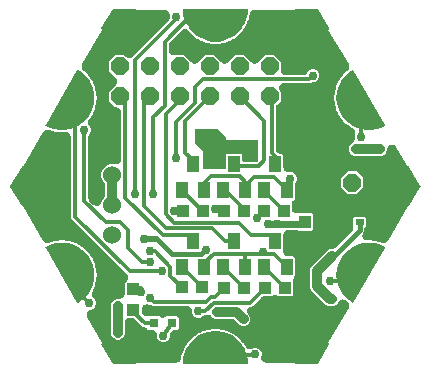
<source format=gbr>
G04 EAGLE Gerber RS-274X export*
G75*
%MOMM*%
%FSLAX34Y34*%
%LPD*%
%INTop Copper*%
%IPPOS*%
%AMOC8*
5,1,8,0,0,1.08239X$1,22.5*%
G01*
%ADD10R,0.800000X0.800000*%
%ADD11P,1.649562X8X112.500000*%
%ADD12R,1.100000X1.000000*%
%ADD13R,1.000000X1.100000*%
%ADD14C,1.524000*%
%ADD15R,1.000000X1.400000*%
%ADD16C,1.000000*%
%ADD17P,1.649562X8X22.500000*%
%ADD18R,0.800000X0.500000*%
%ADD19C,0.812800*%
%ADD20C,0.756400*%
%ADD21C,0.406400*%
%ADD22C,0.304800*%
%ADD23C,0.508000*%
%ADD24C,0.609600*%

G36*
X-67572Y319D02*
X-67572Y319D01*
X-67544Y316D01*
X-67476Y339D01*
X-67405Y353D01*
X-67382Y369D01*
X-67355Y378D01*
X-67300Y425D01*
X-67241Y465D01*
X-67226Y489D01*
X-67205Y508D01*
X-67173Y572D01*
X-67134Y633D01*
X-67129Y661D01*
X-67117Y686D01*
X-67108Y788D01*
X-67101Y829D01*
X-67103Y839D01*
X-67102Y852D01*
X-67159Y1567D01*
X-33022Y1567D01*
X-32963Y1571D01*
X-32903Y1569D01*
X-32679Y1591D01*
X-32454Y1607D01*
X-32395Y1620D01*
X-32336Y1626D01*
X-32117Y1679D01*
X-31897Y1726D01*
X-31841Y1747D01*
X-31782Y1761D01*
X-31573Y1845D01*
X-31362Y1922D01*
X-31309Y1950D01*
X-31253Y1973D01*
X-31058Y2084D01*
X-30859Y2191D01*
X-30811Y2226D01*
X-30759Y2256D01*
X-30581Y2394D01*
X-30399Y2527D01*
X-30357Y2569D01*
X-30309Y2606D01*
X-30153Y2767D01*
X-29991Y2925D01*
X-29954Y2972D01*
X-29913Y3015D01*
X-29780Y3197D01*
X-29642Y3375D01*
X-29613Y3427D01*
X-29577Y3476D01*
X-29472Y3675D01*
X-29360Y3870D01*
X-29338Y3926D01*
X-29310Y3979D01*
X-29273Y4090D01*
X-29150Y4400D01*
X-29097Y4618D01*
X-29061Y4727D01*
X-29026Y4881D01*
X-28938Y5444D01*
X-28938Y5465D01*
X-28935Y5481D01*
X-28932Y5530D01*
X-28861Y5697D01*
X-28786Y5984D01*
X-28748Y6099D01*
X-28194Y8523D01*
X-28179Y8621D01*
X-28155Y8717D01*
X-28146Y8836D01*
X-28107Y9086D01*
X-28106Y9133D01*
X-28095Y9161D01*
X-27925Y9704D01*
X-27921Y9727D01*
X-27916Y9741D01*
X-27905Y9789D01*
X-27811Y9944D01*
X-27694Y10216D01*
X-27639Y10325D01*
X-26730Y12639D01*
X-26701Y12733D01*
X-26663Y12825D01*
X-26635Y12941D01*
X-26560Y13182D01*
X-26552Y13229D01*
X-26537Y13255D01*
X-26288Y13767D01*
X-26281Y13789D01*
X-26274Y13803D01*
X-26256Y13848D01*
X-26139Y13987D01*
X-25983Y14239D01*
X-25912Y14338D01*
X-24669Y16491D01*
X-24626Y16580D01*
X-24574Y16665D01*
X-24530Y16776D01*
X-24420Y17003D01*
X-24405Y17048D01*
X-24386Y17071D01*
X-24063Y17541D01*
X-24053Y17560D01*
X-24044Y17573D01*
X-24020Y17616D01*
X-23884Y17736D01*
X-23692Y17961D01*
X-23607Y18049D01*
X-22057Y19992D01*
X-22001Y20074D01*
X-21937Y20150D01*
X-21877Y20254D01*
X-21734Y20462D01*
X-21713Y20504D01*
X-21691Y20524D01*
X-21301Y20940D01*
X-21289Y20958D01*
X-21278Y20970D01*
X-21247Y21008D01*
X-21095Y21107D01*
X-20871Y21301D01*
X-20774Y21374D01*
X-18952Y23065D01*
X-18884Y23138D01*
X-18810Y23204D01*
X-18735Y23297D01*
X-18563Y23481D01*
X-18535Y23520D01*
X-18511Y23537D01*
X-18063Y23890D01*
X-18048Y23906D01*
X-18036Y23916D01*
X-18000Y23949D01*
X-17834Y24024D01*
X-17585Y24183D01*
X-17478Y24241D01*
X-15424Y25642D01*
X-15346Y25703D01*
X-15263Y25757D01*
X-15175Y25838D01*
X-14977Y25995D01*
X-14944Y26029D01*
X-14917Y26042D01*
X-14422Y26325D01*
X-14405Y26338D01*
X-14391Y26346D01*
X-14350Y26373D01*
X-14176Y26423D01*
X-13905Y26543D01*
X-13791Y26584D01*
X-11551Y27663D01*
X-11465Y27712D01*
X-11374Y27753D01*
X-11275Y27821D01*
X-11056Y27946D01*
X-11019Y27975D01*
X-10990Y27983D01*
X-10459Y28189D01*
X-10439Y28200D01*
X-10425Y28205D01*
X-10381Y28227D01*
X-10200Y28250D01*
X-9914Y28328D01*
X-9796Y28352D01*
X-7420Y29085D01*
X-7328Y29121D01*
X-7232Y29148D01*
X-7124Y29199D01*
X-6889Y29290D01*
X-6847Y29314D01*
X-6818Y29318D01*
X-6262Y29442D01*
X-6241Y29450D01*
X-6225Y29453D01*
X-6179Y29468D01*
X-5997Y29463D01*
X-5703Y29498D01*
X-5582Y29504D01*
X-3123Y29875D01*
X-3026Y29896D01*
X-2928Y29909D01*
X-2814Y29944D01*
X-2567Y29999D01*
X-2523Y30016D01*
X-2493Y30016D01*
X-1925Y30056D01*
X-1903Y30060D01*
X-1887Y30061D01*
X-1839Y30068D01*
X-1660Y30037D01*
X-1364Y30028D01*
X-1243Y30016D01*
X1243Y30016D01*
X1342Y30023D01*
X1441Y30021D01*
X1559Y30038D01*
X1811Y30056D01*
X1858Y30066D01*
X1887Y30061D01*
X2455Y30016D01*
X2477Y30017D01*
X2493Y30016D01*
X2542Y30016D01*
X2714Y29958D01*
X3005Y29905D01*
X3123Y29875D01*
X5582Y29504D01*
X5681Y29496D01*
X5778Y29480D01*
X5898Y29479D01*
X6150Y29459D01*
X6197Y29462D01*
X6225Y29453D01*
X6780Y29324D01*
X6802Y29322D01*
X6818Y29318D01*
X6866Y29311D01*
X7028Y29228D01*
X7308Y29132D01*
X7420Y29085D01*
X9796Y28352D01*
X9892Y28329D01*
X9986Y28298D01*
X10105Y28280D01*
X10351Y28223D01*
X10398Y28218D01*
X10425Y28205D01*
X10954Y27995D01*
X10976Y27990D01*
X10990Y27983D01*
X11037Y27969D01*
X11185Y27863D01*
X11447Y27726D01*
X11551Y27663D01*
X13791Y26584D01*
X13883Y26548D01*
X13971Y26503D01*
X14086Y26467D01*
X14320Y26374D01*
X14366Y26363D01*
X14391Y26346D01*
X14883Y26058D01*
X14904Y26050D01*
X14917Y26042D01*
X14961Y26021D01*
X15091Y25894D01*
X15330Y25720D01*
X15424Y25642D01*
X17478Y24241D01*
X17564Y24191D01*
X17644Y24133D01*
X17752Y24081D01*
X17970Y23954D01*
X18014Y23936D01*
X18036Y23916D01*
X18480Y23558D01*
X18498Y23547D01*
X18511Y23537D01*
X18551Y23509D01*
X18661Y23365D01*
X18872Y23156D01*
X18952Y23065D01*
X20774Y21374D01*
X20852Y21312D01*
X20923Y21243D01*
X21022Y21176D01*
X21218Y21017D01*
X21259Y20993D01*
X21278Y20970D01*
X21663Y20550D01*
X21680Y20536D01*
X21691Y20524D01*
X21727Y20491D01*
X21814Y20331D01*
X21991Y20094D01*
X22057Y19992D01*
X23607Y18049D01*
X23674Y17975D01*
X23734Y17897D01*
X23822Y17815D01*
X23993Y17629D01*
X24029Y17599D01*
X24044Y17573D01*
X24363Y17101D01*
X24378Y17084D01*
X24386Y17071D01*
X24417Y17033D01*
X24479Y16862D01*
X24619Y16601D01*
X24669Y16491D01*
X25516Y15024D01*
X25655Y14817D01*
X25791Y14608D01*
X25815Y14581D01*
X25835Y14552D01*
X26001Y14367D01*
X26165Y14179D01*
X26193Y14155D01*
X26216Y14129D01*
X26408Y13969D01*
X26596Y13806D01*
X26626Y13786D01*
X26654Y13763D01*
X26865Y13632D01*
X27075Y13497D01*
X27107Y13481D01*
X27138Y13463D01*
X27365Y13362D01*
X27592Y13257D01*
X27626Y13247D01*
X27659Y13233D01*
X27898Y13165D01*
X28137Y13093D01*
X28173Y13087D01*
X28207Y13078D01*
X28454Y13044D01*
X28701Y13006D01*
X28737Y13006D01*
X28772Y13001D01*
X29021Y13002D01*
X29270Y12999D01*
X29306Y13004D01*
X29342Y13004D01*
X29589Y13040D01*
X29835Y13072D01*
X29864Y13081D01*
X29905Y13087D01*
X30452Y13248D01*
X30533Y13285D01*
X30590Y13302D01*
X32451Y14073D01*
X34663Y14073D01*
X36707Y13226D01*
X38272Y11662D01*
X39118Y9618D01*
X39118Y7406D01*
X39027Y7186D01*
X38972Y7022D01*
X38908Y6861D01*
X38882Y6752D01*
X38846Y6645D01*
X38815Y6475D01*
X38774Y6307D01*
X38763Y6195D01*
X38743Y6085D01*
X38736Y5912D01*
X38719Y5740D01*
X38724Y5628D01*
X38719Y5515D01*
X38736Y5344D01*
X38743Y5171D01*
X38764Y5060D01*
X38775Y4948D01*
X38816Y4781D01*
X38847Y4611D01*
X38883Y4504D01*
X38910Y4395D01*
X38974Y4234D01*
X39029Y4071D01*
X39079Y3970D01*
X39121Y3866D01*
X39206Y3716D01*
X39284Y3561D01*
X39348Y3469D01*
X39404Y3371D01*
X39510Y3234D01*
X39608Y3092D01*
X39684Y3010D01*
X39753Y2921D01*
X39877Y2800D01*
X39994Y2673D01*
X40081Y2602D01*
X40162Y2524D01*
X40301Y2422D01*
X40435Y2313D01*
X40531Y2254D01*
X40622Y2188D01*
X40775Y2107D01*
X40922Y2017D01*
X41025Y1973D01*
X41125Y1920D01*
X41287Y1861D01*
X41446Y1793D01*
X41555Y1763D01*
X41660Y1725D01*
X41829Y1689D01*
X41996Y1644D01*
X42081Y1635D01*
X42218Y1606D01*
X42768Y1568D01*
X42781Y1567D01*
X67159Y1567D01*
X67102Y852D01*
X67106Y824D01*
X67101Y796D01*
X67118Y726D01*
X67126Y655D01*
X67141Y630D01*
X67147Y603D01*
X67190Y545D01*
X67226Y482D01*
X67248Y465D01*
X67265Y442D01*
X67327Y406D01*
X67384Y362D01*
X67412Y355D01*
X67436Y341D01*
X67536Y324D01*
X67577Y314D01*
X67587Y315D01*
X67600Y313D01*
X86600Y313D01*
X86676Y329D01*
X86754Y337D01*
X86773Y348D01*
X86795Y353D01*
X86859Y397D01*
X86927Y435D01*
X86943Y454D01*
X86959Y465D01*
X86983Y503D01*
X87033Y563D01*
X96533Y17063D01*
X96542Y17091D01*
X96558Y17114D01*
X96573Y17184D01*
X96596Y17252D01*
X96593Y17281D01*
X96599Y17309D01*
X96586Y17379D01*
X96580Y17450D01*
X96567Y17476D01*
X96561Y17504D01*
X96521Y17563D01*
X96488Y17627D01*
X96466Y17645D01*
X96450Y17669D01*
X96367Y17726D01*
X96335Y17753D01*
X96324Y17756D01*
X96314Y17764D01*
X95686Y18060D01*
X112728Y47579D01*
X112755Y47633D01*
X112787Y47685D01*
X112879Y47889D01*
X112978Y48091D01*
X112997Y48149D01*
X113022Y48204D01*
X113084Y48420D01*
X113153Y48633D01*
X113164Y48693D01*
X113181Y48751D01*
X113213Y48973D01*
X113251Y49195D01*
X113253Y49255D01*
X113262Y49315D01*
X113263Y49540D01*
X113270Y49764D01*
X113263Y49824D01*
X113263Y49885D01*
X113233Y50107D01*
X113208Y50330D01*
X113194Y50389D01*
X113185Y50449D01*
X113123Y50666D01*
X113068Y50883D01*
X113045Y50939D01*
X113029Y50997D01*
X112937Y51202D01*
X112852Y51410D01*
X112822Y51462D01*
X112797Y51518D01*
X112678Y51708D01*
X112565Y51902D01*
X112527Y51949D01*
X112495Y52001D01*
X112417Y52089D01*
X112211Y52349D01*
X112048Y52504D01*
X111972Y52590D01*
X111862Y52692D01*
X111418Y53049D01*
X111399Y53061D01*
X111387Y53070D01*
X111347Y53098D01*
X111237Y53243D01*
X111027Y53451D01*
X110946Y53542D01*
X110444Y54007D01*
X110369Y54067D01*
X110300Y54134D01*
X110147Y54246D01*
X110000Y54364D01*
X109918Y54413D01*
X109840Y54470D01*
X109673Y54559D01*
X109511Y54656D01*
X109422Y54693D01*
X109337Y54738D01*
X109159Y54803D01*
X108985Y54876D01*
X108892Y54900D01*
X108802Y54933D01*
X108617Y54972D01*
X108434Y55020D01*
X108339Y55031D01*
X108244Y55051D01*
X108056Y55064D01*
X107868Y55086D01*
X107772Y55084D01*
X107676Y55091D01*
X107487Y55077D01*
X107298Y55073D01*
X107204Y55057D01*
X107108Y55050D01*
X106923Y55010D01*
X106736Y54979D01*
X106644Y54950D01*
X106551Y54930D01*
X106373Y54865D01*
X106193Y54808D01*
X106106Y54767D01*
X106016Y54734D01*
X105849Y54644D01*
X105679Y54563D01*
X105598Y54510D01*
X105514Y54464D01*
X105361Y54352D01*
X105204Y54248D01*
X105132Y54184D01*
X105054Y54127D01*
X104919Y53995D01*
X104778Y53870D01*
X104715Y53796D01*
X104646Y53729D01*
X104531Y53579D01*
X104409Y53435D01*
X104357Y53354D01*
X104298Y53278D01*
X104242Y53172D01*
X104104Y52954D01*
X103985Y52690D01*
X103927Y52582D01*
X103595Y51781D01*
X101952Y50137D01*
X99804Y49248D01*
X96147Y49248D01*
X94000Y50137D01*
X80772Y63365D01*
X79882Y65513D01*
X79882Y80537D01*
X80772Y82685D01*
X95115Y97028D01*
X97263Y97918D01*
X99109Y97918D01*
X99169Y97922D01*
X99229Y97920D01*
X99453Y97942D01*
X99677Y97958D01*
X99736Y97970D01*
X99796Y97976D01*
X100015Y98030D01*
X100234Y98077D01*
X100291Y98097D01*
X100350Y98112D01*
X100559Y98195D01*
X100770Y98273D01*
X100823Y98301D01*
X100879Y98323D01*
X101074Y98435D01*
X101272Y98541D01*
X101321Y98577D01*
X101373Y98607D01*
X101464Y98682D01*
X101732Y98878D01*
X101893Y99035D01*
X101982Y99108D01*
X115444Y112570D01*
X115595Y112744D01*
X115750Y112913D01*
X115781Y112958D01*
X115817Y113000D01*
X115942Y113193D01*
X116073Y113383D01*
X116097Y113432D01*
X116127Y113478D01*
X116224Y113687D01*
X116327Y113893D01*
X116344Y113945D01*
X116367Y113995D01*
X116434Y114215D01*
X116506Y114433D01*
X116516Y114487D01*
X116532Y114540D01*
X116567Y114767D01*
X116609Y114994D01*
X116611Y115049D01*
X116620Y115103D01*
X116623Y115333D01*
X116632Y115563D01*
X116626Y115618D01*
X116627Y115673D01*
X116598Y115901D01*
X116575Y116130D01*
X116562Y116183D01*
X116555Y116238D01*
X116494Y116460D01*
X116440Y116684D01*
X116419Y116735D01*
X116405Y116788D01*
X116346Y116923D01*
X116346Y123887D01*
X117388Y124929D01*
X126862Y124929D01*
X127904Y123887D01*
X127904Y117413D01*
X127126Y116635D01*
X127086Y116590D01*
X127042Y116549D01*
X126899Y116375D01*
X126752Y116205D01*
X126719Y116155D01*
X126681Y116108D01*
X126565Y115916D01*
X126442Y115727D01*
X126417Y115672D01*
X126386Y115621D01*
X126297Y115415D01*
X126202Y115210D01*
X126185Y115152D01*
X126161Y115097D01*
X126103Y114880D01*
X126037Y114665D01*
X126028Y114605D01*
X126012Y114547D01*
X126001Y114430D01*
X125950Y114102D01*
X125947Y113877D01*
X125936Y113762D01*
X125936Y113104D01*
X125320Y111618D01*
X125276Y111567D01*
X125171Y111405D01*
X125059Y111249D01*
X125017Y111167D01*
X124966Y111089D01*
X124885Y110914D01*
X124796Y110744D01*
X124765Y110656D01*
X124726Y110572D01*
X124671Y110388D01*
X124606Y110207D01*
X124588Y110115D01*
X124561Y110027D01*
X124532Y109837D01*
X124493Y109648D01*
X124488Y109555D01*
X124474Y109464D01*
X124471Y109271D01*
X124460Y109079D01*
X124467Y108987D01*
X124466Y108894D01*
X124490Y108703D01*
X124506Y108511D01*
X124526Y108421D01*
X124538Y108329D01*
X124589Y108143D01*
X124631Y107955D01*
X124664Y107869D01*
X124688Y107779D01*
X124765Y107603D01*
X124833Y107423D01*
X124877Y107341D01*
X124914Y107256D01*
X125014Y107092D01*
X125107Y106923D01*
X125163Y106849D01*
X125211Y106770D01*
X125333Y106621D01*
X125448Y106467D01*
X125514Y106401D01*
X125573Y106330D01*
X125715Y106200D01*
X125850Y106063D01*
X125924Y106007D01*
X125993Y105944D01*
X126151Y105836D01*
X126305Y105719D01*
X126386Y105674D01*
X126462Y105622D01*
X126634Y105536D01*
X126803Y105443D01*
X126871Y105418D01*
X126973Y105368D01*
X127513Y105188D01*
X127533Y105184D01*
X127546Y105180D01*
X127669Y105149D01*
X127766Y105132D01*
X127862Y105107D01*
X127981Y105095D01*
X128230Y105052D01*
X128526Y105042D01*
X128647Y105030D01*
X131135Y105031D01*
X131234Y105038D01*
X131333Y105036D01*
X131451Y105053D01*
X131703Y105071D01*
X131750Y105081D01*
X131779Y105077D01*
X132347Y105032D01*
X132369Y105033D01*
X132385Y105031D01*
X132434Y105031D01*
X132606Y104974D01*
X132897Y104920D01*
X133015Y104891D01*
X135476Y104521D01*
X135575Y104513D01*
X135672Y104496D01*
X135792Y104496D01*
X136044Y104476D01*
X136091Y104479D01*
X136120Y104470D01*
X136675Y104341D01*
X136697Y104339D01*
X136712Y104335D01*
X136760Y104327D01*
X136922Y104245D01*
X137202Y104149D01*
X137314Y104102D01*
X139692Y103369D01*
X139789Y103346D01*
X139883Y103315D01*
X140001Y103297D01*
X140247Y103240D01*
X140294Y103236D01*
X140321Y103223D01*
X140851Y103012D01*
X140872Y103007D01*
X140887Y103001D01*
X141050Y102951D01*
X141108Y102937D01*
X141163Y102918D01*
X141384Y102873D01*
X141605Y102821D01*
X141664Y102816D01*
X141721Y102805D01*
X141947Y102791D01*
X142173Y102771D01*
X142232Y102774D01*
X142290Y102771D01*
X142516Y102789D01*
X142742Y102801D01*
X142799Y102812D01*
X142858Y102817D01*
X143079Y102867D01*
X143301Y102910D01*
X143357Y102929D01*
X143414Y102942D01*
X143625Y103022D01*
X143840Y103096D01*
X143892Y103123D01*
X143947Y103144D01*
X144145Y103252D01*
X144347Y103356D01*
X144395Y103390D01*
X144446Y103418D01*
X144627Y103553D01*
X144813Y103684D01*
X144856Y103724D01*
X144903Y103759D01*
X145063Y103918D01*
X145228Y104074D01*
X145265Y104119D01*
X145307Y104161D01*
X145375Y104256D01*
X145585Y104518D01*
X145698Y104709D01*
X145765Y104802D01*
X162808Y134322D01*
X163416Y133902D01*
X163443Y133890D01*
X163465Y133872D01*
X163534Y133852D01*
X163599Y133824D01*
X163628Y133823D01*
X163656Y133815D01*
X163727Y133823D01*
X163798Y133823D01*
X163825Y133834D01*
X163854Y133837D01*
X163916Y133873D01*
X163981Y133900D01*
X164002Y133921D01*
X164027Y133935D01*
X164090Y134012D01*
X164120Y134043D01*
X164124Y134053D01*
X164133Y134063D01*
X173633Y150563D01*
X173643Y150595D01*
X173652Y150608D01*
X173656Y150633D01*
X173657Y150636D01*
X173688Y150707D01*
X173688Y150730D01*
X173696Y150752D01*
X173690Y150829D01*
X173691Y150906D01*
X173681Y150930D01*
X173680Y150950D01*
X173659Y150990D01*
X173633Y151062D01*
X164133Y167562D01*
X164114Y167583D01*
X164101Y167610D01*
X164048Y167657D01*
X164001Y167711D01*
X163975Y167723D01*
X163954Y167743D01*
X163886Y167766D01*
X163822Y167797D01*
X163793Y167798D01*
X163766Y167807D01*
X163694Y167803D01*
X163623Y167806D01*
X163596Y167796D01*
X163567Y167794D01*
X163477Y167751D01*
X163437Y167737D01*
X163429Y167729D01*
X163416Y167723D01*
X162808Y167303D01*
X153125Y184075D01*
X153082Y184139D01*
X153046Y184207D01*
X152923Y184375D01*
X152806Y184547D01*
X152755Y184605D01*
X152709Y184667D01*
X152564Y184816D01*
X152424Y184970D01*
X152365Y185020D01*
X152312Y185075D01*
X152147Y185202D01*
X151987Y185336D01*
X151922Y185377D01*
X151861Y185424D01*
X151680Y185527D01*
X151503Y185637D01*
X151433Y185668D01*
X151366Y185706D01*
X151172Y185783D01*
X150982Y185867D01*
X150908Y185888D01*
X150837Y185916D01*
X150634Y185965D01*
X150434Y186022D01*
X150358Y186032D01*
X150283Y186050D01*
X150075Y186070D01*
X149869Y186098D01*
X149792Y186098D01*
X149716Y186105D01*
X149507Y186096D01*
X149299Y186095D01*
X149223Y186084D01*
X149146Y186081D01*
X148941Y186043D01*
X148736Y186013D01*
X148662Y185991D01*
X148586Y185977D01*
X148388Y185910D01*
X148189Y185852D01*
X148119Y185820D01*
X148046Y185795D01*
X147859Y185702D01*
X147670Y185616D01*
X147605Y185575D01*
X147537Y185540D01*
X147365Y185422D01*
X147189Y185310D01*
X147131Y185260D01*
X147068Y185217D01*
X146915Y185075D01*
X146756Y184940D01*
X146705Y184882D01*
X146649Y184830D01*
X146517Y184669D01*
X146379Y184513D01*
X146337Y184449D01*
X146288Y184389D01*
X146180Y184211D01*
X146065Y184037D01*
X146032Y183968D01*
X145993Y183902D01*
X145911Y183711D01*
X145821Y183522D01*
X145798Y183449D01*
X145768Y183378D01*
X145714Y183177D01*
X145652Y182978D01*
X145639Y182903D01*
X145619Y182828D01*
X145607Y182707D01*
X145560Y182416D01*
X145554Y182163D01*
X145543Y182044D01*
X145543Y181400D01*
X144653Y179253D01*
X143010Y177609D01*
X140862Y176720D01*
X117900Y176720D01*
X115753Y177609D01*
X114109Y179253D01*
X113220Y181400D01*
X113220Y183725D01*
X114109Y185872D01*
X115823Y187586D01*
X115849Y187599D01*
X115851Y187600D01*
X115854Y187602D01*
X116084Y187761D01*
X116318Y187922D01*
X116320Y187924D01*
X116323Y187925D01*
X116531Y188118D01*
X116738Y188308D01*
X116739Y188310D01*
X116741Y188312D01*
X116925Y188536D01*
X117099Y188748D01*
X117100Y188751D01*
X117102Y188753D01*
X117249Y188995D01*
X117395Y189235D01*
X117396Y189238D01*
X117398Y189240D01*
X117508Y189497D01*
X117620Y189758D01*
X117621Y189761D01*
X117622Y189764D01*
X117695Y190031D01*
X117770Y190308D01*
X117770Y190311D01*
X117771Y190314D01*
X117772Y190327D01*
X117841Y190873D01*
X117839Y191013D01*
X117848Y191098D01*
X117848Y193806D01*
X118236Y194743D01*
X118273Y194853D01*
X118318Y194960D01*
X118363Y195123D01*
X118417Y195284D01*
X118438Y195398D01*
X118468Y195509D01*
X118489Y195678D01*
X118520Y195844D01*
X118525Y195960D01*
X118539Y196075D01*
X118537Y196244D01*
X118544Y196413D01*
X118532Y196529D01*
X118530Y196644D01*
X118504Y196812D01*
X118488Y196980D01*
X118460Y197093D01*
X118442Y197207D01*
X118393Y197369D01*
X118353Y197534D01*
X118310Y197642D01*
X118276Y197752D01*
X118205Y197906D01*
X118142Y198063D01*
X118084Y198164D01*
X118035Y198269D01*
X117943Y198411D01*
X117859Y198558D01*
X117788Y198649D01*
X117725Y198747D01*
X117614Y198874D01*
X117510Y199008D01*
X117427Y199089D01*
X117350Y199176D01*
X117222Y199287D01*
X117101Y199405D01*
X117007Y199473D01*
X116920Y199549D01*
X116821Y199609D01*
X116641Y199741D01*
X116346Y199898D01*
X116246Y199959D01*
X116093Y200032D01*
X116001Y200069D01*
X115913Y200114D01*
X115798Y200150D01*
X115564Y200243D01*
X115518Y200254D01*
X115494Y200271D01*
X115001Y200558D01*
X114981Y200567D01*
X114967Y200575D01*
X114923Y200596D01*
X114793Y200723D01*
X114554Y200898D01*
X114461Y200975D01*
X112405Y202378D01*
X112320Y202428D01*
X112239Y202485D01*
X112131Y202538D01*
X111913Y202665D01*
X111870Y202683D01*
X111848Y202703D01*
X111404Y203061D01*
X111385Y203072D01*
X111373Y203082D01*
X111332Y203110D01*
X111222Y203255D01*
X111012Y203463D01*
X110931Y203554D01*
X109108Y205247D01*
X109031Y205309D01*
X108960Y205378D01*
X108861Y205446D01*
X108664Y205604D01*
X108624Y205629D01*
X108605Y205652D01*
X108219Y206072D01*
X108202Y206086D01*
X108192Y206097D01*
X108156Y206131D01*
X108069Y206290D01*
X107892Y206528D01*
X107826Y206630D01*
X106275Y208576D01*
X106208Y208649D01*
X106148Y208728D01*
X106060Y208810D01*
X105890Y208995D01*
X105853Y209025D01*
X105838Y209051D01*
X105519Y209523D01*
X105505Y209540D01*
X105496Y209553D01*
X105465Y209591D01*
X105403Y209762D01*
X105263Y210023D01*
X105213Y210134D01*
X103970Y212289D01*
X103914Y212372D01*
X103867Y212458D01*
X103792Y212552D01*
X103651Y212762D01*
X103620Y212797D01*
X103609Y212825D01*
X103364Y213339D01*
X103352Y213357D01*
X103345Y213372D01*
X103321Y213414D01*
X103285Y213592D01*
X103186Y213871D01*
X103152Y213988D01*
X102244Y216305D01*
X102201Y216395D01*
X102167Y216488D01*
X102108Y216591D01*
X101999Y216819D01*
X101973Y216859D01*
X101967Y216888D01*
X101801Y217434D01*
X101792Y217454D01*
X101788Y217469D01*
X101770Y217514D01*
X101761Y217696D01*
X101704Y217986D01*
X101689Y218107D01*
X101136Y220533D01*
X101107Y220628D01*
X101087Y220725D01*
X101044Y220837D01*
X100971Y221078D01*
X100951Y221121D01*
X100948Y221151D01*
X100866Y221715D01*
X100860Y221736D01*
X100858Y221752D01*
X100847Y221800D01*
X100865Y221980D01*
X100853Y222276D01*
X100855Y222398D01*
X100670Y224879D01*
X100656Y224977D01*
X100651Y225076D01*
X100624Y225193D01*
X100588Y225443D01*
X100575Y225488D01*
X100577Y225518D01*
X100580Y226088D01*
X100577Y226110D01*
X100577Y226125D01*
X100574Y226175D01*
X100618Y226351D01*
X100650Y226645D01*
X100671Y226765D01*
X100858Y229246D01*
X100858Y229345D01*
X100868Y229444D01*
X100859Y229563D01*
X100860Y229816D01*
X100854Y229863D01*
X100861Y229892D01*
X100948Y230455D01*
X100949Y230477D01*
X100951Y230492D01*
X100955Y230541D01*
X101025Y230709D01*
X101101Y230995D01*
X101139Y231110D01*
X101694Y233536D01*
X101709Y233634D01*
X101733Y233730D01*
X101743Y233850D01*
X101781Y234099D01*
X101782Y234147D01*
X101793Y234174D01*
X101964Y234718D01*
X101967Y234740D01*
X101972Y234755D01*
X101983Y234803D01*
X102078Y234958D01*
X102195Y235230D01*
X102250Y235338D01*
X103160Y237654D01*
X103190Y237748D01*
X103228Y237840D01*
X103255Y237957D01*
X103331Y238197D01*
X103338Y238244D01*
X103353Y238270D01*
X103603Y238782D01*
X103610Y238803D01*
X103617Y238817D01*
X103635Y238863D01*
X103751Y239002D01*
X103908Y239254D01*
X103979Y239352D01*
X105223Y241507D01*
X105267Y241596D01*
X105318Y241681D01*
X105363Y241792D01*
X105473Y242019D01*
X105488Y242064D01*
X105506Y242088D01*
X105830Y242557D01*
X105840Y242577D01*
X105849Y242589D01*
X105873Y242632D01*
X106009Y242752D01*
X106202Y242977D01*
X106286Y243065D01*
X107838Y245010D01*
X107894Y245091D01*
X107958Y245167D01*
X108018Y245271D01*
X108161Y245479D01*
X108183Y245521D01*
X108205Y245541D01*
X108594Y245957D01*
X108607Y245975D01*
X108618Y245987D01*
X108648Y246025D01*
X108801Y246124D01*
X108972Y246273D01*
X109040Y246322D01*
X109076Y246357D01*
X109121Y246391D01*
X110946Y248083D01*
X111014Y248156D01*
X111088Y248221D01*
X111163Y248315D01*
X111335Y248499D01*
X111363Y248538D01*
X111387Y248555D01*
X111835Y248908D01*
X111850Y248923D01*
X111862Y248933D01*
X111972Y249035D01*
X112013Y249079D01*
X112059Y249118D01*
X112208Y249286D01*
X112361Y249450D01*
X112396Y249500D01*
X112436Y249545D01*
X112560Y249733D01*
X112689Y249916D01*
X112717Y249970D01*
X112750Y250021D01*
X112846Y250224D01*
X112948Y250424D01*
X112968Y250481D01*
X112994Y250536D01*
X113061Y250750D01*
X113134Y250962D01*
X113146Y251022D01*
X113164Y251080D01*
X113200Y251301D01*
X113243Y251522D01*
X113246Y251582D01*
X113256Y251642D01*
X113260Y251867D01*
X113272Y252091D01*
X113267Y252151D01*
X113268Y252212D01*
X113241Y252435D01*
X113221Y252658D01*
X113208Y252717D01*
X113200Y252777D01*
X113143Y252994D01*
X113092Y253213D01*
X113070Y253270D01*
X113054Y253328D01*
X113006Y253435D01*
X112886Y253745D01*
X112776Y253941D01*
X112728Y254046D01*
X95686Y283565D01*
X96314Y283861D01*
X96336Y283878D01*
X96363Y283888D01*
X96415Y283937D01*
X96473Y283980D01*
X96487Y284005D01*
X96508Y284025D01*
X96537Y284090D01*
X96573Y284152D01*
X96576Y284181D01*
X96588Y284207D01*
X96589Y284279D01*
X96598Y284349D01*
X96590Y284377D01*
X96591Y284406D01*
X96555Y284500D01*
X96544Y284541D01*
X96537Y284549D01*
X96533Y284562D01*
X87033Y301062D01*
X86981Y301120D01*
X86935Y301183D01*
X86916Y301194D01*
X86901Y301211D01*
X86831Y301244D01*
X86764Y301284D01*
X86740Y301288D01*
X86722Y301297D01*
X86677Y301299D01*
X86600Y301312D01*
X67600Y301312D01*
X67572Y301306D01*
X67544Y301309D01*
X67476Y301286D01*
X67405Y301272D01*
X67382Y301256D01*
X67355Y301247D01*
X67300Y301200D01*
X67241Y301160D01*
X67226Y301136D01*
X67205Y301117D01*
X67173Y301053D01*
X67134Y300992D01*
X67129Y300964D01*
X67117Y300939D01*
X67108Y300837D01*
X67101Y300796D01*
X67103Y300786D01*
X67102Y300773D01*
X67159Y300058D01*
X33022Y300058D01*
X32963Y300054D01*
X32904Y300056D01*
X32679Y300034D01*
X32454Y300018D01*
X32396Y300005D01*
X32337Y300000D01*
X32117Y299946D01*
X31897Y299899D01*
X31841Y299878D01*
X31783Y299864D01*
X31574Y299781D01*
X31362Y299703D01*
X31309Y299675D01*
X31254Y299653D01*
X31058Y299541D01*
X30859Y299434D01*
X30811Y299399D01*
X30760Y299370D01*
X30581Y299231D01*
X30399Y299098D01*
X30357Y299056D01*
X30310Y299020D01*
X30153Y298858D01*
X29991Y298700D01*
X29955Y298653D01*
X29913Y298611D01*
X29781Y298428D01*
X29642Y298250D01*
X29613Y298198D01*
X29578Y298150D01*
X29472Y297951D01*
X29360Y297755D01*
X29338Y297699D01*
X29310Y297647D01*
X29273Y297536D01*
X29150Y297225D01*
X29097Y297008D01*
X29061Y296899D01*
X29026Y296745D01*
X28938Y296182D01*
X28938Y296160D01*
X28935Y296144D01*
X28932Y296095D01*
X28861Y295927D01*
X28786Y295641D01*
X28748Y295526D01*
X28194Y293102D01*
X28179Y293004D01*
X28155Y292908D01*
X28146Y292789D01*
X28107Y292539D01*
X28106Y292492D01*
X28095Y292464D01*
X27925Y291920D01*
X27921Y291899D01*
X27916Y291884D01*
X27905Y291836D01*
X27811Y291681D01*
X27694Y291409D01*
X27639Y291300D01*
X26730Y288986D01*
X26701Y288892D01*
X26662Y288800D01*
X26635Y288683D01*
X26560Y288443D01*
X26552Y288396D01*
X26537Y288370D01*
X26288Y287858D01*
X26281Y287836D01*
X26274Y287822D01*
X26256Y287777D01*
X26139Y287638D01*
X25983Y287386D01*
X25912Y287287D01*
X24669Y285134D01*
X24626Y285045D01*
X24574Y284960D01*
X24530Y284849D01*
X24420Y284622D01*
X24405Y284577D01*
X24386Y284554D01*
X24147Y284207D01*
X24132Y284187D01*
X24124Y284172D01*
X24063Y284084D01*
X24053Y284065D01*
X24044Y284052D01*
X24020Y284009D01*
X23884Y283889D01*
X23691Y283663D01*
X23607Y283576D01*
X22057Y281633D01*
X22001Y281551D01*
X21937Y281475D01*
X21877Y281371D01*
X21734Y281163D01*
X21713Y281121D01*
X21691Y281101D01*
X21301Y280685D01*
X21289Y280667D01*
X21278Y280655D01*
X21247Y280617D01*
X21095Y280518D01*
X20871Y280324D01*
X20774Y280251D01*
X18952Y278560D01*
X18884Y278487D01*
X18810Y278421D01*
X18735Y278328D01*
X18563Y278144D01*
X18535Y278105D01*
X18511Y278088D01*
X18063Y277735D01*
X18048Y277719D01*
X18036Y277709D01*
X18000Y277676D01*
X17834Y277601D01*
X17585Y277442D01*
X17478Y277384D01*
X15424Y275983D01*
X15346Y275922D01*
X15263Y275868D01*
X15175Y275787D01*
X14977Y275630D01*
X14944Y275596D01*
X14917Y275583D01*
X14422Y275300D01*
X14405Y275287D01*
X14391Y275279D01*
X14350Y275252D01*
X14176Y275202D01*
X13905Y275082D01*
X13791Y275041D01*
X11551Y273962D01*
X11465Y273913D01*
X11374Y273872D01*
X11275Y273804D01*
X11056Y273679D01*
X11019Y273650D01*
X10990Y273642D01*
X10566Y273477D01*
X10492Y273450D01*
X10481Y273444D01*
X10459Y273436D01*
X10439Y273425D01*
X10425Y273420D01*
X10381Y273398D01*
X10200Y273375D01*
X9914Y273297D01*
X9796Y273273D01*
X7420Y272540D01*
X7328Y272504D01*
X7232Y272477D01*
X7124Y272426D01*
X6889Y272335D01*
X6847Y272311D01*
X6818Y272307D01*
X6262Y272183D01*
X6241Y272175D01*
X6225Y272172D01*
X6179Y272157D01*
X5997Y272162D01*
X5703Y272127D01*
X5582Y272121D01*
X3123Y271750D01*
X3026Y271729D01*
X2928Y271716D01*
X2814Y271681D01*
X2567Y271626D01*
X2523Y271609D01*
X2493Y271609D01*
X1925Y271569D01*
X1903Y271565D01*
X1887Y271564D01*
X1839Y271557D01*
X1660Y271588D01*
X1364Y271597D01*
X1243Y271609D01*
X-1243Y271609D01*
X-1342Y271602D01*
X-1441Y271604D01*
X-1559Y271587D01*
X-1811Y271569D01*
X-1858Y271559D01*
X-1887Y271564D01*
X-2455Y271609D01*
X-2477Y271608D01*
X-2493Y271609D01*
X-2542Y271609D01*
X-2714Y271667D01*
X-3005Y271720D01*
X-3123Y271750D01*
X-5582Y272121D01*
X-5681Y272129D01*
X-5778Y272145D01*
X-5898Y272146D01*
X-6150Y272166D01*
X-6197Y272163D01*
X-6225Y272172D01*
X-6780Y272301D01*
X-6802Y272303D01*
X-6818Y272307D01*
X-6866Y272314D01*
X-7028Y272397D01*
X-7308Y272493D01*
X-7420Y272540D01*
X-9796Y273273D01*
X-9892Y273296D01*
X-9986Y273327D01*
X-10105Y273345D01*
X-10351Y273402D01*
X-10398Y273407D01*
X-10425Y273420D01*
X-10701Y273530D01*
X-10818Y273580D01*
X-10846Y273587D01*
X-10954Y273630D01*
X-10976Y273635D01*
X-10990Y273642D01*
X-11037Y273656D01*
X-11185Y273762D01*
X-11447Y273899D01*
X-11551Y273962D01*
X-13791Y275041D01*
X-13883Y275077D01*
X-13971Y275122D01*
X-14086Y275158D01*
X-14320Y275251D01*
X-14366Y275262D01*
X-14391Y275279D01*
X-14883Y275567D01*
X-14904Y275575D01*
X-14917Y275583D01*
X-14961Y275604D01*
X-15091Y275731D01*
X-15330Y275905D01*
X-15424Y275983D01*
X-17478Y277384D01*
X-17564Y277434D01*
X-17644Y277491D01*
X-17752Y277544D01*
X-17970Y277671D01*
X-18014Y277689D01*
X-18036Y277709D01*
X-18480Y278067D01*
X-18498Y278078D01*
X-18511Y278088D01*
X-18551Y278116D01*
X-18661Y278260D01*
X-18871Y278468D01*
X-18952Y278560D01*
X-20774Y280251D01*
X-20852Y280313D01*
X-20923Y280382D01*
X-21021Y280449D01*
X-21218Y280608D01*
X-21259Y280632D01*
X-21278Y280655D01*
X-21663Y281075D01*
X-21680Y281089D01*
X-21691Y281101D01*
X-21727Y281134D01*
X-21814Y281294D01*
X-21991Y281531D01*
X-22057Y281633D01*
X-22672Y282405D01*
X-22790Y282532D01*
X-22900Y282666D01*
X-22982Y282741D01*
X-23058Y282824D01*
X-23192Y282934D01*
X-23320Y283051D01*
X-23412Y283114D01*
X-23499Y283185D01*
X-23646Y283275D01*
X-23789Y283373D01*
X-23890Y283423D01*
X-23985Y283482D01*
X-24144Y283550D01*
X-24299Y283627D01*
X-24406Y283663D01*
X-24509Y283707D01*
X-24676Y283753D01*
X-24840Y283807D01*
X-24950Y283827D01*
X-25058Y283857D01*
X-25230Y283878D01*
X-25400Y283910D01*
X-25513Y283914D01*
X-25624Y283928D01*
X-25797Y283926D01*
X-25970Y283933D01*
X-26081Y283921D01*
X-26193Y283920D01*
X-26365Y283893D01*
X-26537Y283876D01*
X-26646Y283849D01*
X-26756Y283832D01*
X-26922Y283781D01*
X-27090Y283740D01*
X-27194Y283699D01*
X-27302Y283666D01*
X-27458Y283593D01*
X-27619Y283529D01*
X-27717Y283473D01*
X-27818Y283426D01*
X-27963Y283331D01*
X-28113Y283245D01*
X-28179Y283191D01*
X-28296Y283115D01*
X-28714Y282752D01*
X-28722Y282744D01*
X-38370Y273097D01*
X-38409Y273051D01*
X-38454Y273011D01*
X-38596Y272836D01*
X-38743Y272667D01*
X-38776Y272616D01*
X-38814Y272569D01*
X-38931Y272377D01*
X-39053Y272189D01*
X-39079Y272134D01*
X-39110Y272082D01*
X-39198Y271876D01*
X-39293Y271672D01*
X-39311Y271614D01*
X-39334Y271559D01*
X-39393Y271342D01*
X-39458Y271127D01*
X-39467Y271067D01*
X-39483Y271009D01*
X-39495Y270891D01*
X-39546Y270563D01*
X-39549Y270339D01*
X-39560Y270224D01*
X-39560Y265874D01*
X-39544Y265645D01*
X-39534Y265415D01*
X-39524Y265361D01*
X-39520Y265306D01*
X-39472Y265080D01*
X-39430Y264855D01*
X-39412Y264803D01*
X-39401Y264749D01*
X-39322Y264533D01*
X-39248Y264315D01*
X-39224Y264265D01*
X-39205Y264214D01*
X-39096Y264011D01*
X-38993Y263805D01*
X-38962Y263760D01*
X-38936Y263711D01*
X-38800Y263526D01*
X-38669Y263336D01*
X-38632Y263296D01*
X-38600Y263252D01*
X-38439Y263087D01*
X-38283Y262917D01*
X-38241Y262883D01*
X-38202Y262843D01*
X-38020Y262703D01*
X-37842Y262557D01*
X-37795Y262528D01*
X-37752Y262495D01*
X-37552Y262381D01*
X-37355Y262261D01*
X-37305Y262240D01*
X-37257Y262212D01*
X-37042Y262127D01*
X-36831Y262037D01*
X-36778Y262022D01*
X-36727Y262002D01*
X-36503Y261948D01*
X-36281Y261888D01*
X-36237Y261883D01*
X-36173Y261868D01*
X-35606Y261813D01*
X-35541Y261816D01*
X-35497Y261811D01*
X-26269Y261811D01*
X-20336Y255877D01*
X-20162Y255726D01*
X-19992Y255571D01*
X-19947Y255540D01*
X-19906Y255504D01*
X-19712Y255379D01*
X-19523Y255248D01*
X-19474Y255224D01*
X-19427Y255194D01*
X-19218Y255097D01*
X-19012Y254995D01*
X-18960Y254977D01*
X-18910Y254954D01*
X-18690Y254887D01*
X-18472Y254815D01*
X-18418Y254805D01*
X-18365Y254789D01*
X-18138Y254754D01*
X-17911Y254712D01*
X-17856Y254710D01*
X-17802Y254702D01*
X-17573Y254698D01*
X-17342Y254689D01*
X-17287Y254695D01*
X-17232Y254694D01*
X-17004Y254723D01*
X-16775Y254746D01*
X-16722Y254759D01*
X-16667Y254766D01*
X-16445Y254827D01*
X-16222Y254881D01*
X-16171Y254902D01*
X-16118Y254916D01*
X-15906Y255008D01*
X-15693Y255093D01*
X-15645Y255120D01*
X-15594Y255142D01*
X-15398Y255262D01*
X-15198Y255377D01*
X-15164Y255405D01*
X-15108Y255439D01*
X-14668Y255801D01*
X-14624Y255849D01*
X-14589Y255877D01*
X-8656Y261811D01*
X-869Y261811D01*
X5064Y255877D01*
X5238Y255726D01*
X5408Y255571D01*
X5453Y255540D01*
X5494Y255504D01*
X5688Y255379D01*
X5877Y255248D01*
X5926Y255224D01*
X5973Y255194D01*
X6182Y255097D01*
X6388Y254995D01*
X6440Y254977D01*
X6490Y254954D01*
X6710Y254887D01*
X6928Y254815D01*
X6982Y254805D01*
X7035Y254789D01*
X7262Y254754D01*
X7489Y254712D01*
X7544Y254710D01*
X7598Y254702D01*
X7827Y254698D01*
X8058Y254689D01*
X8113Y254695D01*
X8168Y254694D01*
X8396Y254723D01*
X8625Y254746D01*
X8678Y254759D01*
X8733Y254766D01*
X8955Y254827D01*
X9178Y254881D01*
X9229Y254902D01*
X9282Y254916D01*
X9494Y255008D01*
X9707Y255093D01*
X9755Y255120D01*
X9806Y255142D01*
X10002Y255262D01*
X10202Y255377D01*
X10236Y255405D01*
X10292Y255439D01*
X10732Y255801D01*
X10776Y255849D01*
X10811Y255877D01*
X16744Y261811D01*
X24531Y261811D01*
X30464Y255877D01*
X30638Y255726D01*
X30808Y255571D01*
X30853Y255540D01*
X30894Y255504D01*
X31088Y255379D01*
X31277Y255248D01*
X31326Y255224D01*
X31373Y255194D01*
X31582Y255097D01*
X31788Y254995D01*
X31840Y254977D01*
X31890Y254954D01*
X32110Y254887D01*
X32328Y254815D01*
X32382Y254805D01*
X32435Y254789D01*
X32662Y254754D01*
X32889Y254712D01*
X32944Y254710D01*
X32998Y254702D01*
X33227Y254698D01*
X33458Y254689D01*
X33513Y254695D01*
X33568Y254694D01*
X33796Y254723D01*
X34025Y254746D01*
X34078Y254759D01*
X34133Y254766D01*
X34355Y254827D01*
X34578Y254881D01*
X34629Y254902D01*
X34682Y254916D01*
X34894Y255008D01*
X35107Y255093D01*
X35155Y255120D01*
X35206Y255142D01*
X35402Y255262D01*
X35602Y255377D01*
X35636Y255405D01*
X35692Y255439D01*
X36132Y255801D01*
X36176Y255849D01*
X36211Y255877D01*
X42144Y261811D01*
X49931Y261811D01*
X55436Y256306D01*
X55436Y248856D01*
X55452Y248627D01*
X55462Y248397D01*
X55472Y248343D01*
X55476Y248288D01*
X55524Y248063D01*
X55566Y247837D01*
X55584Y247785D01*
X55595Y247731D01*
X55674Y247515D01*
X55748Y247297D01*
X55772Y247247D01*
X55791Y247196D01*
X55900Y246993D01*
X56003Y246787D01*
X56034Y246742D01*
X56060Y246693D01*
X56196Y246508D01*
X56327Y246318D01*
X56364Y246278D01*
X56396Y246234D01*
X56557Y246069D01*
X56713Y245899D01*
X56755Y245865D01*
X56794Y245825D01*
X56976Y245685D01*
X57154Y245539D01*
X57201Y245510D01*
X57244Y245477D01*
X57444Y245363D01*
X57641Y245243D01*
X57691Y245222D01*
X57739Y245194D01*
X57954Y245109D01*
X58165Y245019D01*
X58218Y245004D01*
X58269Y244984D01*
X58493Y244930D01*
X58715Y244870D01*
X58759Y244865D01*
X58823Y244850D01*
X59390Y244795D01*
X59455Y244798D01*
X59499Y244793D01*
X73948Y244793D01*
X73951Y244793D01*
X73953Y244793D01*
X74232Y244813D01*
X74516Y244833D01*
X74519Y244834D01*
X74522Y244834D01*
X74804Y244895D01*
X75074Y244952D01*
X75076Y244953D01*
X75079Y244954D01*
X75350Y245053D01*
X75609Y245148D01*
X75611Y245149D01*
X75614Y245150D01*
X75863Y245284D01*
X76111Y245417D01*
X76113Y245418D01*
X76116Y245420D01*
X76345Y245588D01*
X76571Y245753D01*
X76573Y245755D01*
X76575Y245757D01*
X76772Y245949D01*
X76979Y246151D01*
X76981Y246153D01*
X76983Y246155D01*
X77149Y246370D01*
X77328Y246601D01*
X77329Y246604D01*
X77331Y246606D01*
X77337Y246618D01*
X77610Y247096D01*
X77662Y247226D01*
X77702Y247302D01*
X77836Y247625D01*
X79400Y249189D01*
X81444Y250036D01*
X83656Y250036D01*
X85700Y249189D01*
X87264Y247625D01*
X88111Y245581D01*
X88111Y243369D01*
X87264Y241325D01*
X85700Y239761D01*
X83656Y238914D01*
X82785Y238914D01*
X82667Y238906D01*
X82549Y238907D01*
X82383Y238886D01*
X82216Y238874D01*
X82101Y238850D01*
X81984Y238835D01*
X81875Y238801D01*
X81659Y238755D01*
X81341Y238639D01*
X81230Y238605D01*
X80222Y238188D01*
X57964Y238188D01*
X57849Y238180D01*
X57733Y238181D01*
X57565Y238160D01*
X57395Y238148D01*
X57282Y238124D01*
X57168Y238109D01*
X57004Y238064D01*
X56838Y238029D01*
X56730Y237989D01*
X56619Y237959D01*
X56463Y237891D01*
X56303Y237833D01*
X56201Y237778D01*
X56095Y237733D01*
X55951Y237644D01*
X55800Y237564D01*
X55707Y237496D01*
X55609Y237436D01*
X55478Y237328D01*
X55341Y237228D01*
X55258Y237147D01*
X55169Y237074D01*
X55054Y236949D01*
X54932Y236830D01*
X54862Y236739D01*
X54784Y236654D01*
X54688Y236514D01*
X54584Y236380D01*
X54527Y236280D01*
X54461Y236185D01*
X54386Y236032D01*
X54301Y235885D01*
X54259Y235777D01*
X54208Y235674D01*
X54154Y235514D01*
X54091Y235355D01*
X54064Y235243D01*
X54028Y235134D01*
X53997Y234967D01*
X53957Y234801D01*
X53946Y234687D01*
X53925Y234573D01*
X53918Y234403D01*
X53902Y234234D01*
X53907Y234119D01*
X53902Y234004D01*
X53919Y233835D01*
X53926Y233665D01*
X53947Y233552D01*
X53959Y233437D01*
X53999Y233272D01*
X54030Y233105D01*
X54067Y232995D01*
X54094Y232884D01*
X54158Y232726D01*
X54212Y232565D01*
X54263Y232461D01*
X54306Y232355D01*
X54391Y232207D01*
X54467Y232055D01*
X54532Y231960D01*
X54590Y231860D01*
X54663Y231771D01*
X54791Y231586D01*
X55016Y231342D01*
X55090Y231251D01*
X55436Y230906D01*
X55436Y223119D01*
X52118Y219801D01*
X52078Y219755D01*
X52034Y219715D01*
X51965Y219631D01*
X51960Y219625D01*
X51939Y219599D01*
X51892Y219541D01*
X51744Y219371D01*
X51711Y219320D01*
X51673Y219273D01*
X51621Y219187D01*
X51611Y219175D01*
X51577Y219115D01*
X51556Y219081D01*
X51434Y218893D01*
X51409Y218838D01*
X51378Y218786D01*
X51342Y218702D01*
X51329Y218680D01*
X51289Y218580D01*
X51194Y218376D01*
X51177Y218318D01*
X51153Y218263D01*
X51132Y218183D01*
X51119Y218150D01*
X51089Y218026D01*
X51029Y217831D01*
X51020Y217771D01*
X51004Y217713D01*
X50999Y217654D01*
X50984Y217596D01*
X50970Y217449D01*
X50942Y217267D01*
X50940Y217143D01*
X50929Y217029D01*
X50932Y216969D01*
X50928Y216928D01*
X50928Y182592D01*
X50944Y182363D01*
X50954Y182132D01*
X50964Y182078D01*
X50968Y182024D01*
X51016Y181798D01*
X51058Y181572D01*
X51075Y181520D01*
X51087Y181466D01*
X51166Y181250D01*
X51239Y181032D01*
X51264Y180983D01*
X51283Y180931D01*
X51391Y180728D01*
X51494Y180523D01*
X51525Y180477D01*
X51551Y180429D01*
X51687Y180243D01*
X51818Y180054D01*
X51855Y180013D01*
X51888Y179969D01*
X52048Y179804D01*
X52204Y179635D01*
X52247Y179600D01*
X52285Y179561D01*
X52467Y179420D01*
X52645Y179274D01*
X52693Y179246D01*
X52736Y179212D01*
X52936Y179098D01*
X53133Y178979D01*
X53183Y178957D01*
X53231Y178930D01*
X53445Y178845D01*
X53656Y178754D01*
X53709Y178740D01*
X53760Y178720D01*
X53985Y178665D01*
X54206Y178605D01*
X54250Y178601D01*
X54314Y178585D01*
X54881Y178530D01*
X54947Y178533D01*
X54991Y178529D01*
X56537Y178529D01*
X57579Y177487D01*
X57579Y166786D01*
X57595Y166557D01*
X57605Y166327D01*
X57615Y166273D01*
X57619Y166218D01*
X57667Y165993D01*
X57709Y165767D01*
X57726Y165715D01*
X57738Y165661D01*
X57817Y165445D01*
X57890Y165227D01*
X57915Y165177D01*
X57934Y165126D01*
X58042Y164923D01*
X58145Y164717D01*
X58176Y164672D01*
X58202Y164623D01*
X58338Y164438D01*
X58469Y164248D01*
X58506Y164208D01*
X58539Y164164D01*
X58699Y163999D01*
X58855Y163829D01*
X58898Y163795D01*
X58936Y163755D01*
X59118Y163615D01*
X59296Y163469D01*
X59344Y163440D01*
X59387Y163407D01*
X59587Y163293D01*
X59784Y163173D01*
X59834Y163152D01*
X59882Y163124D01*
X60096Y163039D01*
X60307Y162949D01*
X60360Y162934D01*
X60411Y162914D01*
X60636Y162860D01*
X60857Y162800D01*
X60901Y162795D01*
X60965Y162780D01*
X61532Y162725D01*
X61598Y162728D01*
X61642Y162723D01*
X64606Y162723D01*
X66650Y161877D01*
X68214Y160312D01*
X69061Y158269D01*
X69061Y156056D01*
X68211Y154005D01*
X68185Y153981D01*
X68043Y153807D01*
X67895Y153637D01*
X67862Y153587D01*
X67824Y153540D01*
X67708Y153348D01*
X67585Y153159D01*
X67560Y153104D01*
X67529Y153053D01*
X67440Y152846D01*
X67346Y152642D01*
X67328Y152584D01*
X67304Y152529D01*
X67245Y152312D01*
X67180Y152097D01*
X67171Y152037D01*
X67155Y151979D01*
X67144Y151862D01*
X67093Y151534D01*
X67090Y151309D01*
X67079Y151194D01*
X67079Y140013D01*
X65681Y138616D01*
X65642Y138570D01*
X65597Y138529D01*
X65455Y138355D01*
X65308Y138186D01*
X65275Y138135D01*
X65237Y138088D01*
X65120Y137896D01*
X64998Y137707D01*
X64972Y137653D01*
X64941Y137601D01*
X64853Y137395D01*
X64758Y137191D01*
X64740Y137133D01*
X64717Y137077D01*
X64658Y136861D01*
X64593Y136645D01*
X64584Y136586D01*
X64568Y136527D01*
X64556Y136410D01*
X64505Y136082D01*
X64503Y135865D01*
X64493Y135764D01*
X64493Y135760D01*
X64491Y135743D01*
X64491Y131992D01*
X64507Y131763D01*
X64517Y131532D01*
X64527Y131478D01*
X64531Y131424D01*
X64579Y131198D01*
X64621Y130972D01*
X64639Y130920D01*
X64650Y130866D01*
X64729Y130650D01*
X64803Y130432D01*
X64827Y130383D01*
X64846Y130331D01*
X64955Y130128D01*
X65058Y129923D01*
X65089Y129877D01*
X65115Y129829D01*
X65251Y129643D01*
X65382Y129454D01*
X65419Y129413D01*
X65451Y129369D01*
X65612Y129204D01*
X65768Y129035D01*
X65810Y129000D01*
X65849Y128961D01*
X66031Y128820D01*
X66209Y128674D01*
X66256Y128646D01*
X66299Y128612D01*
X66499Y128498D01*
X66696Y128379D01*
X66746Y128357D01*
X66794Y128330D01*
X67009Y128245D01*
X67220Y128154D01*
X67273Y128140D01*
X67324Y128120D01*
X67548Y128065D01*
X67770Y128005D01*
X67814Y128001D01*
X67878Y127985D01*
X68445Y127930D01*
X68510Y127933D01*
X68554Y127929D01*
X81374Y127929D01*
X82416Y126887D01*
X82416Y114413D01*
X81374Y113371D01*
X69687Y113371D01*
X69656Y113391D01*
X69601Y113417D01*
X69550Y113448D01*
X69343Y113536D01*
X69139Y113631D01*
X69081Y113649D01*
X69026Y113672D01*
X68809Y113731D01*
X68594Y113796D01*
X68534Y113805D01*
X68476Y113821D01*
X68359Y113833D01*
X68031Y113884D01*
X67806Y113887D01*
X67691Y113898D01*
X61642Y113898D01*
X61413Y113882D01*
X61182Y113872D01*
X61128Y113862D01*
X61074Y113858D01*
X60848Y113810D01*
X60622Y113768D01*
X60570Y113750D01*
X60516Y113739D01*
X60300Y113660D01*
X60082Y113586D01*
X60033Y113562D01*
X59981Y113543D01*
X59778Y113434D01*
X59573Y113331D01*
X59527Y113300D01*
X59479Y113274D01*
X59293Y113138D01*
X59104Y113007D01*
X59063Y112970D01*
X59019Y112938D01*
X58854Y112777D01*
X58685Y112621D01*
X58650Y112579D01*
X58611Y112540D01*
X58470Y112358D01*
X58324Y112180D01*
X58296Y112133D01*
X58262Y112090D01*
X58148Y111890D01*
X58029Y111693D01*
X58007Y111643D01*
X57980Y111595D01*
X57895Y111380D01*
X57804Y111169D01*
X57790Y111116D01*
X57770Y111065D01*
X57715Y110841D01*
X57655Y110619D01*
X57651Y110575D01*
X57635Y110511D01*
X57580Y109944D01*
X57583Y109879D01*
X57579Y109835D01*
X57579Y95504D01*
X57595Y95275D01*
X57605Y95045D01*
X57615Y94991D01*
X57619Y94936D01*
X57667Y94711D01*
X57709Y94485D01*
X57726Y94433D01*
X57738Y94379D01*
X57817Y94163D01*
X57890Y93945D01*
X57915Y93895D01*
X57934Y93844D01*
X58042Y93641D01*
X58145Y93435D01*
X58176Y93390D01*
X58202Y93341D01*
X58338Y93156D01*
X58469Y92966D01*
X58506Y92926D01*
X58539Y92882D01*
X58699Y92717D01*
X58855Y92547D01*
X58898Y92513D01*
X58936Y92473D01*
X59118Y92333D01*
X59296Y92187D01*
X59344Y92158D01*
X59387Y92125D01*
X59587Y92011D01*
X59784Y91891D01*
X59834Y91870D01*
X59882Y91842D01*
X60096Y91757D01*
X60307Y91667D01*
X60360Y91652D01*
X60411Y91632D01*
X60636Y91578D01*
X60857Y91518D01*
X60901Y91513D01*
X60965Y91498D01*
X61532Y91443D01*
X61598Y91446D01*
X61642Y91441D01*
X66037Y91441D01*
X67079Y90399D01*
X67079Y74900D01*
X67043Y74855D01*
X66895Y74686D01*
X66862Y74635D01*
X66824Y74588D01*
X66707Y74396D01*
X66585Y74207D01*
X66560Y74153D01*
X66529Y74101D01*
X66440Y73895D01*
X66345Y73691D01*
X66328Y73633D01*
X66304Y73577D01*
X66246Y73361D01*
X66180Y73145D01*
X66171Y73086D01*
X66155Y73027D01*
X66144Y72910D01*
X66093Y72582D01*
X66090Y72357D01*
X66079Y72243D01*
X66079Y58851D01*
X65037Y57809D01*
X53547Y57809D01*
X53499Y57850D01*
X53330Y58005D01*
X53284Y58037D01*
X53243Y58072D01*
X53050Y58198D01*
X52860Y58328D01*
X52811Y58352D01*
X52765Y58382D01*
X52556Y58479D01*
X52350Y58582D01*
X52298Y58599D01*
X52248Y58622D01*
X52028Y58689D01*
X51809Y58762D01*
X51755Y58771D01*
X51703Y58787D01*
X51475Y58823D01*
X51249Y58864D01*
X51194Y58866D01*
X51140Y58875D01*
X50910Y58878D01*
X50679Y58887D01*
X50625Y58882D01*
X50570Y58882D01*
X50342Y58853D01*
X50113Y58830D01*
X50059Y58817D01*
X50005Y58810D01*
X49783Y58750D01*
X49559Y58695D01*
X49508Y58674D01*
X49455Y58660D01*
X49244Y58569D01*
X49030Y58483D01*
X48982Y58456D01*
X48932Y58434D01*
X48735Y58314D01*
X48536Y58200D01*
X48502Y58171D01*
X48446Y58137D01*
X48046Y57809D01*
X41375Y57809D01*
X41315Y57805D01*
X41255Y57807D01*
X41031Y57785D01*
X40807Y57769D01*
X40748Y57756D01*
X40688Y57750D01*
X40469Y57697D01*
X40250Y57650D01*
X40193Y57629D01*
X40134Y57615D01*
X39925Y57531D01*
X39714Y57454D01*
X39661Y57425D01*
X39605Y57403D01*
X39410Y57291D01*
X39212Y57185D01*
X39163Y57150D01*
X39111Y57119D01*
X39020Y57045D01*
X38752Y56849D01*
X38591Y56692D01*
X38502Y56619D01*
X31471Y49588D01*
X29994Y48976D01*
X29941Y48961D01*
X29775Y48926D01*
X29666Y48886D01*
X29555Y48856D01*
X29399Y48788D01*
X29239Y48730D01*
X29138Y48675D01*
X29032Y48630D01*
X28887Y48541D01*
X28737Y48461D01*
X28644Y48393D01*
X28546Y48333D01*
X28414Y48225D01*
X28277Y48125D01*
X28195Y48044D01*
X28106Y47971D01*
X27991Y47846D01*
X27869Y47727D01*
X27798Y47636D01*
X27720Y47551D01*
X27624Y47411D01*
X27520Y47277D01*
X27463Y47177D01*
X27398Y47082D01*
X27322Y46929D01*
X27238Y46782D01*
X27195Y46674D01*
X27144Y46571D01*
X27091Y46411D01*
X27028Y46252D01*
X27001Y46140D01*
X26964Y46031D01*
X26934Y45864D01*
X26894Y45698D01*
X26882Y45584D01*
X26862Y45470D01*
X26855Y45300D01*
X26838Y45131D01*
X26843Y45016D01*
X26839Y44901D01*
X26856Y44732D01*
X26863Y44562D01*
X26884Y44449D01*
X26895Y44334D01*
X26936Y44169D01*
X26967Y44002D01*
X27004Y43892D01*
X27031Y43781D01*
X27094Y43623D01*
X27148Y43462D01*
X27200Y43358D01*
X27243Y43252D01*
X27327Y43104D01*
X27403Y42952D01*
X27469Y42857D01*
X27526Y42757D01*
X27599Y42668D01*
X27727Y42483D01*
X27952Y42239D01*
X28027Y42148D01*
X28766Y41410D01*
X29655Y39262D01*
X29655Y36938D01*
X28766Y34790D01*
X27122Y33147D01*
X24975Y32257D01*
X22650Y32257D01*
X20503Y33147D01*
X16232Y37417D01*
X16187Y37457D01*
X16146Y37501D01*
X15972Y37643D01*
X15802Y37791D01*
X15752Y37824D01*
X15705Y37862D01*
X15513Y37979D01*
X15324Y38101D01*
X15269Y38126D01*
X15218Y38157D01*
X15011Y38246D01*
X14807Y38341D01*
X14749Y38358D01*
X14694Y38382D01*
X14477Y38440D01*
X14262Y38506D01*
X14202Y38515D01*
X14144Y38531D01*
X14027Y38542D01*
X13699Y38593D01*
X13474Y38596D01*
X13359Y38607D01*
X425Y38607D01*
X-1722Y39497D01*
X-3374Y41149D01*
X-3376Y41150D01*
X-3378Y41153D01*
X-3602Y41347D01*
X-3804Y41522D01*
X-3806Y41524D01*
X-3809Y41526D01*
X-4052Y41683D01*
X-4282Y41832D01*
X-4285Y41833D01*
X-4287Y41835D01*
X-4540Y41952D01*
X-4799Y42072D01*
X-4802Y42073D01*
X-4804Y42074D01*
X-5069Y42154D01*
X-5345Y42237D01*
X-5347Y42238D01*
X-5350Y42239D01*
X-5632Y42282D01*
X-5908Y42325D01*
X-5910Y42325D01*
X-5913Y42325D01*
X-6201Y42329D01*
X-6477Y42332D01*
X-6480Y42332D01*
X-6483Y42332D01*
X-6758Y42296D01*
X-7043Y42260D01*
X-7045Y42260D01*
X-7048Y42259D01*
X-7060Y42255D01*
X-7592Y42110D01*
X-7720Y42054D01*
X-7802Y42030D01*
X-8116Y41900D01*
X-8201Y41900D01*
X-8261Y41896D01*
X-8322Y41898D01*
X-8545Y41876D01*
X-8769Y41860D01*
X-8829Y41847D01*
X-8889Y41841D01*
X-9107Y41788D01*
X-9327Y41741D01*
X-9383Y41720D01*
X-9442Y41706D01*
X-9651Y41622D01*
X-9862Y41545D01*
X-9915Y41516D01*
X-9971Y41494D01*
X-10166Y41382D01*
X-10364Y41276D01*
X-10413Y41241D01*
X-10465Y41210D01*
X-10556Y41136D01*
X-10824Y40940D01*
X-10985Y40783D01*
X-11074Y40710D01*
X-11296Y40488D01*
X-13339Y39642D01*
X-15552Y39642D01*
X-17595Y40488D01*
X-19160Y42053D01*
X-20006Y44096D01*
X-20006Y45591D01*
X-20022Y45820D01*
X-20032Y46051D01*
X-20042Y46105D01*
X-20046Y46159D01*
X-20094Y46385D01*
X-20136Y46611D01*
X-20154Y46663D01*
X-20165Y46717D01*
X-20244Y46933D01*
X-20318Y47151D01*
X-20342Y47200D01*
X-20361Y47252D01*
X-20470Y47455D01*
X-20573Y47660D01*
X-20604Y47706D01*
X-20630Y47754D01*
X-20765Y47940D01*
X-20897Y48129D01*
X-20934Y48170D01*
X-20966Y48214D01*
X-21127Y48379D01*
X-21283Y48548D01*
X-21325Y48583D01*
X-21364Y48622D01*
X-21545Y48763D01*
X-21724Y48909D01*
X-21771Y48937D01*
X-21814Y48971D01*
X-22014Y49085D01*
X-22211Y49204D01*
X-22261Y49226D01*
X-22309Y49253D01*
X-22524Y49338D01*
X-22735Y49429D01*
X-22788Y49443D01*
X-22839Y49463D01*
X-23063Y49518D01*
X-23285Y49578D01*
X-23329Y49582D01*
X-23393Y49598D01*
X-23960Y49653D01*
X-24025Y49650D01*
X-24069Y49654D01*
X-53045Y49654D01*
X-54512Y50262D01*
X-54623Y50299D01*
X-54732Y50346D01*
X-54893Y50390D01*
X-55052Y50443D01*
X-55168Y50464D01*
X-55282Y50495D01*
X-55395Y50506D01*
X-55612Y50546D01*
X-55951Y50560D01*
X-56067Y50571D01*
X-56669Y50571D01*
X-56728Y50596D01*
X-56892Y50651D01*
X-57052Y50714D01*
X-57162Y50741D01*
X-57268Y50777D01*
X-57438Y50808D01*
X-57606Y50848D01*
X-57718Y50859D01*
X-57829Y50880D01*
X-58001Y50887D01*
X-58173Y50904D01*
X-58286Y50899D01*
X-58398Y50904D01*
X-58570Y50887D01*
X-58743Y50879D01*
X-58853Y50859D01*
X-58965Y50848D01*
X-59133Y50807D01*
X-59303Y50775D01*
X-59409Y50739D01*
X-59519Y50713D01*
X-59679Y50649D01*
X-59843Y50594D01*
X-59944Y50543D01*
X-60048Y50502D01*
X-60198Y50416D01*
X-60352Y50339D01*
X-60445Y50275D01*
X-60543Y50219D01*
X-60679Y50113D01*
X-60821Y50015D01*
X-60904Y49939D01*
X-60993Y49870D01*
X-61113Y49746D01*
X-61240Y49629D01*
X-61311Y49542D01*
X-61390Y49461D01*
X-61491Y49321D01*
X-61601Y49188D01*
X-61659Y49091D01*
X-61726Y49000D01*
X-61807Y48848D01*
X-61896Y48700D01*
X-61941Y48597D01*
X-61994Y48498D01*
X-62053Y48335D01*
X-62121Y48177D01*
X-62150Y48068D01*
X-62189Y47962D01*
X-62225Y47793D01*
X-62270Y47627D01*
X-62278Y47542D01*
X-62307Y47405D01*
X-62345Y46855D01*
X-62346Y46842D01*
X-62346Y44767D01*
X-62330Y44538D01*
X-62320Y44307D01*
X-62310Y44253D01*
X-62306Y44199D01*
X-62258Y43973D01*
X-62216Y43747D01*
X-62199Y43695D01*
X-62187Y43641D01*
X-62108Y43425D01*
X-62035Y43207D01*
X-62010Y43158D01*
X-61991Y43106D01*
X-61883Y42903D01*
X-61780Y42698D01*
X-61749Y42652D01*
X-61723Y42604D01*
X-61587Y42418D01*
X-61456Y42229D01*
X-61419Y42188D01*
X-61386Y42144D01*
X-61226Y41979D01*
X-61070Y41810D01*
X-61027Y41775D01*
X-60989Y41736D01*
X-60807Y41595D01*
X-60629Y41449D01*
X-60581Y41421D01*
X-60538Y41387D01*
X-60338Y41273D01*
X-60141Y41154D01*
X-60091Y41132D01*
X-60043Y41105D01*
X-59829Y41020D01*
X-59618Y40929D01*
X-59565Y40915D01*
X-59514Y40895D01*
X-59289Y40840D01*
X-59068Y40780D01*
X-59024Y40776D01*
X-58960Y40760D01*
X-58393Y40705D01*
X-58327Y40708D01*
X-58283Y40704D01*
X-47197Y40704D01*
X-47149Y40663D01*
X-46980Y40507D01*
X-46934Y40476D01*
X-46893Y40440D01*
X-46700Y40315D01*
X-46510Y40185D01*
X-46461Y40160D01*
X-46415Y40130D01*
X-46206Y40033D01*
X-46000Y39931D01*
X-45948Y39913D01*
X-45898Y39890D01*
X-45678Y39824D01*
X-45459Y39751D01*
X-45405Y39741D01*
X-45353Y39725D01*
X-45125Y39690D01*
X-44899Y39648D01*
X-44844Y39646D01*
X-44790Y39638D01*
X-44560Y39635D01*
X-44329Y39625D01*
X-44275Y39631D01*
X-44220Y39630D01*
X-43992Y39659D01*
X-43763Y39682D01*
X-43709Y39695D01*
X-43655Y39702D01*
X-43433Y39763D01*
X-43209Y39818D01*
X-43158Y39838D01*
X-43105Y39853D01*
X-42894Y39944D01*
X-42680Y40029D01*
X-42632Y40057D01*
X-42582Y40078D01*
X-42385Y40198D01*
X-42186Y40313D01*
X-42152Y40341D01*
X-42096Y40375D01*
X-41696Y40704D01*
X-32213Y40704D01*
X-31171Y39662D01*
X-31171Y30188D01*
X-32213Y29146D01*
X-34371Y29146D01*
X-34600Y29130D01*
X-34830Y29120D01*
X-34884Y29110D01*
X-34939Y29106D01*
X-35164Y29058D01*
X-35391Y29016D01*
X-35443Y28999D01*
X-35496Y28987D01*
X-35713Y28908D01*
X-35931Y28835D01*
X-35980Y28810D01*
X-36031Y28791D01*
X-36235Y28683D01*
X-36440Y28580D01*
X-36485Y28549D01*
X-36534Y28523D01*
X-36719Y28387D01*
X-36909Y28256D01*
X-36950Y28219D01*
X-36994Y28186D01*
X-37159Y28026D01*
X-37328Y27870D01*
X-37363Y27827D01*
X-37402Y27789D01*
X-37543Y27607D01*
X-37689Y27429D01*
X-37717Y27381D01*
X-37751Y27338D01*
X-37865Y27138D01*
X-37984Y26941D01*
X-38006Y26891D01*
X-38033Y26843D01*
X-38118Y26629D01*
X-38209Y26418D01*
X-38223Y26365D01*
X-38243Y26314D01*
X-38298Y26089D01*
X-38358Y25868D01*
X-38362Y25824D01*
X-38377Y25760D01*
X-38433Y25193D01*
X-38430Y25127D01*
X-38434Y25083D01*
X-38434Y23162D01*
X-39281Y21118D01*
X-40845Y19554D01*
X-42889Y18707D01*
X-45101Y18707D01*
X-47145Y19554D01*
X-48709Y21118D01*
X-49556Y23162D01*
X-49556Y25083D01*
X-49572Y25312D01*
X-49582Y25543D01*
X-49592Y25597D01*
X-49595Y25651D01*
X-49644Y25877D01*
X-49686Y26103D01*
X-49703Y26155D01*
X-49715Y26209D01*
X-49794Y26425D01*
X-49867Y26643D01*
X-49891Y26692D01*
X-49910Y26744D01*
X-50019Y26947D01*
X-50122Y27152D01*
X-50153Y27198D01*
X-50179Y27246D01*
X-50315Y27432D01*
X-50446Y27621D01*
X-50483Y27662D01*
X-50516Y27706D01*
X-50676Y27871D01*
X-50832Y28040D01*
X-50875Y28075D01*
X-50913Y28114D01*
X-51095Y28255D01*
X-51273Y28401D01*
X-51320Y28429D01*
X-51364Y28463D01*
X-51564Y28577D01*
X-51760Y28696D01*
X-51811Y28718D01*
X-51859Y28745D01*
X-52073Y28830D01*
X-52284Y28921D01*
X-52337Y28935D01*
X-52388Y28955D01*
X-52613Y29010D01*
X-52834Y29070D01*
X-52878Y29074D01*
X-52942Y29090D01*
X-53509Y29145D01*
X-53575Y29142D01*
X-53619Y29146D01*
X-56687Y29146D01*
X-57973Y30432D01*
X-58018Y30472D01*
X-58059Y30516D01*
X-58233Y30659D01*
X-58403Y30806D01*
X-58453Y30839D01*
X-58500Y30877D01*
X-58692Y30993D01*
X-58881Y31116D01*
X-58936Y31141D01*
X-58987Y31172D01*
X-59194Y31261D01*
X-59398Y31356D01*
X-59456Y31373D01*
X-59511Y31397D01*
X-59728Y31455D01*
X-59943Y31521D01*
X-60003Y31530D01*
X-60061Y31546D01*
X-60178Y31557D01*
X-60506Y31608D01*
X-60510Y31608D01*
X-61758Y32125D01*
X-68164Y38531D01*
X-68210Y38571D01*
X-68251Y38615D01*
X-68425Y38757D01*
X-68595Y38905D01*
X-68645Y38938D01*
X-68692Y38976D01*
X-68884Y39093D01*
X-69073Y39215D01*
X-69128Y39240D01*
X-69179Y39271D01*
X-69386Y39360D01*
X-69590Y39455D01*
X-69647Y39472D01*
X-69703Y39496D01*
X-69920Y39554D01*
X-70135Y39620D01*
X-70195Y39629D01*
X-70253Y39645D01*
X-70370Y39656D01*
X-70698Y39707D01*
X-70923Y39710D01*
X-71038Y39721D01*
X-72644Y39721D01*
X-72873Y39705D01*
X-73104Y39695D01*
X-73158Y39685D01*
X-73212Y39681D01*
X-73438Y39633D01*
X-73664Y39591D01*
X-73716Y39574D01*
X-73770Y39562D01*
X-73986Y39483D01*
X-74204Y39410D01*
X-74253Y39385D01*
X-74305Y39366D01*
X-74508Y39258D01*
X-74713Y39155D01*
X-74759Y39124D01*
X-74807Y39098D01*
X-74993Y38962D01*
X-75182Y38831D01*
X-75223Y38794D01*
X-75267Y38761D01*
X-75432Y38601D01*
X-75601Y38445D01*
X-75636Y38402D01*
X-75675Y38364D01*
X-75816Y38182D01*
X-75962Y38004D01*
X-75990Y37956D01*
X-76024Y37913D01*
X-76138Y37713D01*
X-76257Y37516D01*
X-76279Y37466D01*
X-76306Y37418D01*
X-76391Y37204D01*
X-76482Y36993D01*
X-76496Y36940D01*
X-76516Y36889D01*
X-76571Y36664D01*
X-76631Y36443D01*
X-76635Y36399D01*
X-76651Y36335D01*
X-76706Y35768D01*
X-76703Y35702D01*
X-76707Y35658D01*
X-76707Y25825D01*
X-77597Y23678D01*
X-79240Y22034D01*
X-81388Y21145D01*
X-83712Y21145D01*
X-85860Y22034D01*
X-87503Y23678D01*
X-88393Y25825D01*
X-88393Y50944D01*
X-87503Y53092D01*
X-85860Y54735D01*
X-83712Y55625D01*
X-80967Y55625D01*
X-80738Y55641D01*
X-80507Y55651D01*
X-80453Y55661D01*
X-80399Y55665D01*
X-80173Y55713D01*
X-79947Y55755D01*
X-79895Y55772D01*
X-79841Y55784D01*
X-79625Y55863D01*
X-79407Y55936D01*
X-79358Y55961D01*
X-79306Y55980D01*
X-79103Y56088D01*
X-78898Y56191D01*
X-78852Y56222D01*
X-78804Y56248D01*
X-78618Y56384D01*
X-78429Y56515D01*
X-78388Y56552D01*
X-78344Y56585D01*
X-78179Y56745D01*
X-78010Y56901D01*
X-77975Y56944D01*
X-77936Y56982D01*
X-77795Y57164D01*
X-77649Y57342D01*
X-77621Y57390D01*
X-77587Y57433D01*
X-77473Y57633D01*
X-77354Y57830D01*
X-77332Y57880D01*
X-77305Y57928D01*
X-77220Y58142D01*
X-77129Y58353D01*
X-77115Y58406D01*
X-77095Y58457D01*
X-77040Y58682D01*
X-76980Y58903D01*
X-76976Y58947D01*
X-76960Y59011D01*
X-76905Y59578D01*
X-76908Y59644D01*
X-76904Y59688D01*
X-76904Y69237D01*
X-75212Y70928D01*
X-75062Y71102D01*
X-74906Y71271D01*
X-74875Y71317D01*
X-74839Y71358D01*
X-74713Y71552D01*
X-74583Y71741D01*
X-74559Y71790D01*
X-74529Y71836D01*
X-74432Y72045D01*
X-74330Y72251D01*
X-74312Y72303D01*
X-74289Y72353D01*
X-74222Y72574D01*
X-74150Y72792D01*
X-74140Y72846D01*
X-74124Y72899D01*
X-74089Y73125D01*
X-74047Y73352D01*
X-74045Y73407D01*
X-74037Y73462D01*
X-74033Y73691D01*
X-74024Y73922D01*
X-74030Y73977D01*
X-74029Y74031D01*
X-74058Y74260D01*
X-74081Y74489D01*
X-74094Y74542D01*
X-74101Y74597D01*
X-74162Y74819D01*
X-74216Y75042D01*
X-74237Y75093D01*
X-74251Y75146D01*
X-74342Y75357D01*
X-74428Y75571D01*
X-74456Y75619D01*
X-74477Y75669D01*
X-74597Y75865D01*
X-74712Y76065D01*
X-74740Y76100D01*
X-74774Y76156D01*
X-75136Y76596D01*
X-75184Y76640D01*
X-75212Y76674D01*
X-121937Y123399D01*
X-122440Y124613D01*
X-122440Y192576D01*
X-122452Y192749D01*
X-122455Y192923D01*
X-122466Y192992D01*
X-122466Y193000D01*
X-122472Y193028D01*
X-122472Y193033D01*
X-122480Y193144D01*
X-122517Y193314D01*
X-122543Y193486D01*
X-122576Y193593D01*
X-122599Y193701D01*
X-122659Y193865D01*
X-122710Y194031D01*
X-122757Y194132D01*
X-122795Y194237D01*
X-122877Y194390D01*
X-122951Y194547D01*
X-123011Y194641D01*
X-123064Y194739D01*
X-123166Y194879D01*
X-123261Y195025D01*
X-123335Y195109D01*
X-123400Y195199D01*
X-123521Y195323D01*
X-123636Y195454D01*
X-123720Y195527D01*
X-123798Y195607D01*
X-123935Y195714D01*
X-124067Y195827D01*
X-124160Y195888D01*
X-124248Y195956D01*
X-124399Y196042D01*
X-124545Y196136D01*
X-124647Y196183D01*
X-124743Y196238D01*
X-124905Y196302D01*
X-125063Y196375D01*
X-125169Y196407D01*
X-125273Y196448D01*
X-125442Y196489D01*
X-125608Y196539D01*
X-125718Y196556D01*
X-125827Y196582D01*
X-126000Y196599D01*
X-126172Y196626D01*
X-126283Y196627D01*
X-126394Y196638D01*
X-126568Y196630D01*
X-126741Y196632D01*
X-126852Y196618D01*
X-126963Y196613D01*
X-127059Y196595D01*
X-127396Y196595D01*
X-127965Y196555D01*
X-127986Y196550D01*
X-128002Y196550D01*
X-128051Y196542D01*
X-128230Y196573D01*
X-128526Y196583D01*
X-128647Y196595D01*
X-131135Y196594D01*
X-131234Y196587D01*
X-131333Y196589D01*
X-131451Y196572D01*
X-131703Y196554D01*
X-131750Y196544D01*
X-131779Y196548D01*
X-132347Y196593D01*
X-132369Y196592D01*
X-132385Y196594D01*
X-132434Y196594D01*
X-132606Y196651D01*
X-132897Y196705D01*
X-133015Y196734D01*
X-135476Y197104D01*
X-135575Y197112D01*
X-135672Y197129D01*
X-135792Y197129D01*
X-136044Y197149D01*
X-136091Y197146D01*
X-136120Y197155D01*
X-136675Y197284D01*
X-136697Y197286D01*
X-136712Y197290D01*
X-136761Y197298D01*
X-136922Y197380D01*
X-137202Y197476D01*
X-137314Y197523D01*
X-139692Y198256D01*
X-139789Y198279D01*
X-139883Y198310D01*
X-140001Y198328D01*
X-140247Y198385D01*
X-140294Y198389D01*
X-140321Y198402D01*
X-140851Y198613D01*
X-140872Y198618D01*
X-140887Y198624D01*
X-141050Y198674D01*
X-141108Y198688D01*
X-141163Y198707D01*
X-141384Y198752D01*
X-141605Y198804D01*
X-141664Y198809D01*
X-141721Y198820D01*
X-141947Y198834D01*
X-142173Y198854D01*
X-142232Y198851D01*
X-142290Y198854D01*
X-142516Y198836D01*
X-142742Y198824D01*
X-142799Y198813D01*
X-142858Y198808D01*
X-143079Y198758D01*
X-143301Y198715D01*
X-143357Y198696D01*
X-143414Y198683D01*
X-143625Y198603D01*
X-143840Y198529D01*
X-143892Y198502D01*
X-143947Y198481D01*
X-144145Y198373D01*
X-144347Y198269D01*
X-144395Y198235D01*
X-144446Y198207D01*
X-144627Y198072D01*
X-144813Y197941D01*
X-144856Y197901D01*
X-144903Y197866D01*
X-145063Y197707D01*
X-145228Y197551D01*
X-145265Y197506D01*
X-145307Y197464D01*
X-145375Y197369D01*
X-145585Y197107D01*
X-145698Y196916D01*
X-145765Y196823D01*
X-162808Y167303D01*
X-163416Y167723D01*
X-163443Y167735D01*
X-163465Y167753D01*
X-163534Y167774D01*
X-163599Y167801D01*
X-163628Y167802D01*
X-163656Y167810D01*
X-163727Y167802D01*
X-163798Y167802D01*
X-163825Y167791D01*
X-163854Y167788D01*
X-163916Y167753D01*
X-163981Y167725D01*
X-164002Y167704D01*
X-164027Y167690D01*
X-164090Y167613D01*
X-164120Y167582D01*
X-164124Y167572D01*
X-164133Y167562D01*
X-173633Y151062D01*
X-173657Y150989D01*
X-173688Y150918D01*
X-173688Y150895D01*
X-173696Y150873D01*
X-173690Y150796D01*
X-173691Y150719D01*
X-173681Y150695D01*
X-173680Y150675D01*
X-173659Y150635D01*
X-173640Y150583D01*
X-173639Y150578D01*
X-173637Y150576D01*
X-173633Y150563D01*
X-164133Y134063D01*
X-164114Y134042D01*
X-164101Y134015D01*
X-164048Y133968D01*
X-164001Y133914D01*
X-163975Y133902D01*
X-163954Y133882D01*
X-163886Y133859D01*
X-163822Y133828D01*
X-163793Y133827D01*
X-163766Y133818D01*
X-163694Y133822D01*
X-163623Y133819D01*
X-163596Y133829D01*
X-163567Y133831D01*
X-163477Y133874D01*
X-163437Y133888D01*
X-163429Y133896D01*
X-163416Y133902D01*
X-162808Y134322D01*
X-145765Y104802D01*
X-145732Y104753D01*
X-145705Y104701D01*
X-145573Y104518D01*
X-145447Y104330D01*
X-145407Y104286D01*
X-145373Y104238D01*
X-145217Y104075D01*
X-145065Y103907D01*
X-145020Y103869D01*
X-144979Y103827D01*
X-144801Y103687D01*
X-144628Y103541D01*
X-144578Y103510D01*
X-144531Y103474D01*
X-144336Y103360D01*
X-144144Y103241D01*
X-144090Y103217D01*
X-144039Y103187D01*
X-143829Y103102D01*
X-143622Y103011D01*
X-143566Y102995D01*
X-143511Y102972D01*
X-143292Y102917D01*
X-143074Y102856D01*
X-143016Y102848D01*
X-142959Y102833D01*
X-142733Y102810D01*
X-142509Y102779D01*
X-142451Y102779D01*
X-142392Y102773D01*
X-142166Y102781D01*
X-141940Y102782D01*
X-141881Y102791D01*
X-141823Y102793D01*
X-141708Y102816D01*
X-141376Y102865D01*
X-141163Y102928D01*
X-141050Y102951D01*
X-140887Y103001D01*
X-140356Y103206D01*
X-140336Y103217D01*
X-140321Y103223D01*
X-140277Y103244D01*
X-140097Y103267D01*
X-139811Y103345D01*
X-139692Y103369D01*
X-137314Y104102D01*
X-137222Y104138D01*
X-137126Y104165D01*
X-137018Y104216D01*
X-136783Y104307D01*
X-136742Y104330D01*
X-136712Y104335D01*
X-136156Y104459D01*
X-136135Y104467D01*
X-136120Y104470D01*
X-136073Y104484D01*
X-135891Y104480D01*
X-135597Y104514D01*
X-135476Y104521D01*
X-133015Y104891D01*
X-132918Y104912D01*
X-132820Y104925D01*
X-132705Y104960D01*
X-132459Y105015D01*
X-132415Y105031D01*
X-132385Y105031D01*
X-131816Y105071D01*
X-131795Y105076D01*
X-131779Y105077D01*
X-131731Y105084D01*
X-131552Y105053D01*
X-131256Y105043D01*
X-131135Y105031D01*
X-128647Y105030D01*
X-128548Y105037D01*
X-128449Y105035D01*
X-128330Y105052D01*
X-128078Y105070D01*
X-128032Y105080D01*
X-128002Y105075D01*
X-127434Y105030D01*
X-127412Y105031D01*
X-127396Y105030D01*
X-127347Y105030D01*
X-127175Y104972D01*
X-126884Y104919D01*
X-126766Y104889D01*
X-124306Y104517D01*
X-124207Y104509D01*
X-124109Y104492D01*
X-123990Y104492D01*
X-123738Y104472D01*
X-123691Y104475D01*
X-123662Y104466D01*
X-123107Y104336D01*
X-123085Y104334D01*
X-123070Y104330D01*
X-123021Y104323D01*
X-122860Y104240D01*
X-122580Y104144D01*
X-122468Y104097D01*
X-120090Y103363D01*
X-119993Y103340D01*
X-119899Y103309D01*
X-119781Y103291D01*
X-119535Y103233D01*
X-119488Y103229D01*
X-119461Y103216D01*
X-118932Y103005D01*
X-118910Y103000D01*
X-118896Y102994D01*
X-118849Y102979D01*
X-118701Y102874D01*
X-118439Y102737D01*
X-118335Y102673D01*
X-116093Y101593D01*
X-116001Y101556D01*
X-115913Y101511D01*
X-115799Y101476D01*
X-115564Y101382D01*
X-115518Y101371D01*
X-115494Y101354D01*
X-115001Y101067D01*
X-114981Y101058D01*
X-114967Y101050D01*
X-114923Y101029D01*
X-114793Y100902D01*
X-114554Y100727D01*
X-114461Y100650D01*
X-112405Y99247D01*
X-112320Y99197D01*
X-112239Y99140D01*
X-112131Y99087D01*
X-111913Y98960D01*
X-111870Y98942D01*
X-111848Y98922D01*
X-111404Y98564D01*
X-111385Y98553D01*
X-111373Y98543D01*
X-111332Y98515D01*
X-111222Y98370D01*
X-111012Y98162D01*
X-110931Y98071D01*
X-109108Y96378D01*
X-109031Y96316D01*
X-108960Y96247D01*
X-108861Y96179D01*
X-108664Y96021D01*
X-108624Y95996D01*
X-108605Y95973D01*
X-108219Y95553D01*
X-108202Y95539D01*
X-108192Y95528D01*
X-108156Y95494D01*
X-108069Y95335D01*
X-107892Y95097D01*
X-107826Y94995D01*
X-106275Y93049D01*
X-106208Y92976D01*
X-106148Y92897D01*
X-106060Y92815D01*
X-105890Y92630D01*
X-105853Y92600D01*
X-105838Y92574D01*
X-105519Y92102D01*
X-105505Y92085D01*
X-105496Y92072D01*
X-105465Y92034D01*
X-105403Y91863D01*
X-105263Y91602D01*
X-105213Y91491D01*
X-103970Y89336D01*
X-103914Y89253D01*
X-103867Y89167D01*
X-103792Y89073D01*
X-103651Y88863D01*
X-103620Y88828D01*
X-103609Y88800D01*
X-103364Y88286D01*
X-103352Y88268D01*
X-103345Y88253D01*
X-103321Y88211D01*
X-103285Y88033D01*
X-103186Y87754D01*
X-103152Y87637D01*
X-102244Y85320D01*
X-102201Y85230D01*
X-102167Y85137D01*
X-102108Y85034D01*
X-101999Y84806D01*
X-101973Y84766D01*
X-101967Y84737D01*
X-101801Y84191D01*
X-101792Y84171D01*
X-101788Y84156D01*
X-101770Y84111D01*
X-101761Y83929D01*
X-101704Y83639D01*
X-101689Y83518D01*
X-101136Y81092D01*
X-101107Y80997D01*
X-101087Y80900D01*
X-101044Y80788D01*
X-100971Y80547D01*
X-100951Y80504D01*
X-100948Y80474D01*
X-100866Y79910D01*
X-100860Y79889D01*
X-100858Y79873D01*
X-100847Y79825D01*
X-100865Y79645D01*
X-100853Y79349D01*
X-100855Y79227D01*
X-100670Y76746D01*
X-100656Y76648D01*
X-100651Y76549D01*
X-100624Y76432D01*
X-100588Y76182D01*
X-100575Y76137D01*
X-100577Y76107D01*
X-100580Y75537D01*
X-100577Y75515D01*
X-100577Y75500D01*
X-100574Y75450D01*
X-100618Y75274D01*
X-100650Y74980D01*
X-100671Y74860D01*
X-100858Y72379D01*
X-100858Y72280D01*
X-100868Y72181D01*
X-100859Y72062D01*
X-100860Y71809D01*
X-100854Y71762D01*
X-100861Y71733D01*
X-100948Y71170D01*
X-100949Y71148D01*
X-100951Y71133D01*
X-100955Y71084D01*
X-101025Y70916D01*
X-101101Y70630D01*
X-101139Y70515D01*
X-101694Y68089D01*
X-101709Y67991D01*
X-101733Y67894D01*
X-101743Y67775D01*
X-101781Y67526D01*
X-101782Y67478D01*
X-101793Y67451D01*
X-101964Y66907D01*
X-101967Y66885D01*
X-101972Y66870D01*
X-101983Y66822D01*
X-102078Y66667D01*
X-102195Y66395D01*
X-102250Y66287D01*
X-103160Y63971D01*
X-103190Y63877D01*
X-103228Y63785D01*
X-103234Y63757D01*
X-103238Y63747D01*
X-103266Y63634D01*
X-103331Y63428D01*
X-103338Y63381D01*
X-103353Y63355D01*
X-103603Y62843D01*
X-103610Y62822D01*
X-103617Y62808D01*
X-103635Y62762D01*
X-103751Y62623D01*
X-103908Y62371D01*
X-103979Y62272D01*
X-104262Y61781D01*
X-104380Y61540D01*
X-104500Y61299D01*
X-104505Y61283D01*
X-104512Y61269D01*
X-104595Y61014D01*
X-104680Y60758D01*
X-104683Y60742D01*
X-104688Y60727D01*
X-104734Y60462D01*
X-104783Y60197D01*
X-104783Y60182D01*
X-104786Y60166D01*
X-104795Y59897D01*
X-104806Y59628D01*
X-104804Y59612D01*
X-104805Y59596D01*
X-104775Y59328D01*
X-104749Y59061D01*
X-104745Y59046D01*
X-104743Y59030D01*
X-104677Y58769D01*
X-104613Y58508D01*
X-104607Y58493D01*
X-104603Y58478D01*
X-104502Y58229D01*
X-104402Y57979D01*
X-104394Y57965D01*
X-104388Y57950D01*
X-104251Y57716D01*
X-104118Y57484D01*
X-104110Y57474D01*
X-104100Y57458D01*
X-103747Y57011D01*
X-103664Y56932D01*
X-103617Y56876D01*
X-101935Y55193D01*
X-101088Y53149D01*
X-101088Y50937D01*
X-101935Y48893D01*
X-103499Y47329D01*
X-105654Y46437D01*
X-105777Y46410D01*
X-105928Y46388D01*
X-106054Y46351D01*
X-106183Y46324D01*
X-106328Y46271D01*
X-106475Y46227D01*
X-106594Y46173D01*
X-106718Y46128D01*
X-106854Y46055D01*
X-106994Y45992D01*
X-107105Y45921D01*
X-107221Y45859D01*
X-107345Y45768D01*
X-107474Y45686D01*
X-107574Y45600D01*
X-107681Y45523D01*
X-107791Y45415D01*
X-107907Y45316D01*
X-107995Y45217D01*
X-108089Y45125D01*
X-108183Y45004D01*
X-108285Y44889D01*
X-108357Y44778D01*
X-108438Y44674D01*
X-108514Y44541D01*
X-108598Y44413D01*
X-108655Y44294D01*
X-108720Y44180D01*
X-108777Y44037D01*
X-108842Y43898D01*
X-108882Y43772D01*
X-108930Y43650D01*
X-108966Y43500D01*
X-109012Y43354D01*
X-109033Y43224D01*
X-109064Y43096D01*
X-109079Y42943D01*
X-109104Y42792D01*
X-109107Y42660D01*
X-109120Y42529D01*
X-109113Y42376D01*
X-109116Y42222D01*
X-109101Y42091D01*
X-109095Y41960D01*
X-109067Y41809D01*
X-109049Y41656D01*
X-109015Y41529D01*
X-108991Y41400D01*
X-108942Y41254D01*
X-108903Y41106D01*
X-108863Y41017D01*
X-108810Y40859D01*
X-108608Y40456D01*
X-108577Y40388D01*
X-95686Y18060D01*
X-96314Y17764D01*
X-96336Y17747D01*
X-96363Y17737D01*
X-96415Y17688D01*
X-96473Y17645D01*
X-96487Y17620D01*
X-96508Y17600D01*
X-96537Y17535D01*
X-96573Y17473D01*
X-96576Y17445D01*
X-96588Y17418D01*
X-96589Y17346D01*
X-96598Y17276D01*
X-96590Y17248D01*
X-96591Y17219D01*
X-96555Y17125D01*
X-96544Y17084D01*
X-96537Y17076D01*
X-96533Y17063D01*
X-87033Y563D01*
X-86981Y505D01*
X-86935Y442D01*
X-86916Y431D01*
X-86901Y414D01*
X-86831Y381D01*
X-86764Y341D01*
X-86740Y337D01*
X-86722Y328D01*
X-86677Y326D01*
X-86600Y313D01*
X-67600Y313D01*
X-67572Y319D01*
G37*
G36*
X-100366Y134262D02*
X-100366Y134262D01*
X-100254Y134260D01*
X-100082Y134282D01*
X-99910Y134295D01*
X-99800Y134318D01*
X-99688Y134333D01*
X-99522Y134378D01*
X-99353Y134414D01*
X-99247Y134453D01*
X-99139Y134483D01*
X-98980Y134551D01*
X-98818Y134611D01*
X-98719Y134664D01*
X-98616Y134709D01*
X-98468Y134799D01*
X-98316Y134880D01*
X-98225Y134947D01*
X-98129Y135006D01*
X-97996Y135116D01*
X-97857Y135218D01*
X-97776Y135296D01*
X-97689Y135368D01*
X-97572Y135495D01*
X-97449Y135615D01*
X-97380Y135704D01*
X-97304Y135787D01*
X-97206Y135930D01*
X-97101Y136067D01*
X-97061Y136142D01*
X-96981Y136257D01*
X-96736Y136751D01*
X-96730Y136762D01*
X-95280Y140261D01*
X-94345Y141196D01*
X-94306Y141242D01*
X-94261Y141283D01*
X-94119Y141457D01*
X-93972Y141627D01*
X-93939Y141677D01*
X-93901Y141724D01*
X-93784Y141916D01*
X-93662Y142105D01*
X-93636Y142160D01*
X-93605Y142211D01*
X-93517Y142417D01*
X-93422Y142622D01*
X-93404Y142680D01*
X-93381Y142735D01*
X-93322Y142951D01*
X-93257Y143167D01*
X-93247Y143227D01*
X-93232Y143285D01*
X-93220Y143402D01*
X-93169Y143730D01*
X-93166Y143955D01*
X-93155Y144070D01*
X-93155Y151205D01*
X-93159Y151266D01*
X-93157Y151326D01*
X-93179Y151549D01*
X-93195Y151774D01*
X-93208Y151833D01*
X-93214Y151893D01*
X-93267Y152111D01*
X-93314Y152331D01*
X-93335Y152388D01*
X-93349Y152446D01*
X-93433Y152655D01*
X-93510Y152866D01*
X-93539Y152919D01*
X-93561Y152975D01*
X-93673Y153170D01*
X-93779Y153368D01*
X-93815Y153417D01*
X-93845Y153470D01*
X-93919Y153561D01*
X-94115Y153828D01*
X-94272Y153990D01*
X-94345Y154079D01*
X-95280Y155014D01*
X-96711Y158468D01*
X-96711Y162207D01*
X-95280Y165661D01*
X-92636Y168305D01*
X-89182Y169736D01*
X-85443Y169736D01*
X-85312Y169682D01*
X-85148Y169627D01*
X-84987Y169563D01*
X-84878Y169537D01*
X-84771Y169501D01*
X-84601Y169470D01*
X-84433Y169429D01*
X-84321Y169418D01*
X-84211Y169398D01*
X-84038Y169391D01*
X-83866Y169374D01*
X-83754Y169379D01*
X-83641Y169374D01*
X-83470Y169391D01*
X-83297Y169398D01*
X-83186Y169419D01*
X-83074Y169430D01*
X-82907Y169471D01*
X-82737Y169502D01*
X-82630Y169538D01*
X-82521Y169565D01*
X-82360Y169629D01*
X-82197Y169684D01*
X-82096Y169734D01*
X-81992Y169776D01*
X-81842Y169862D01*
X-81687Y169939D01*
X-81595Y170003D01*
X-81497Y170059D01*
X-81360Y170165D01*
X-81218Y170263D01*
X-81136Y170339D01*
X-81047Y170408D01*
X-80926Y170532D01*
X-80799Y170649D01*
X-80728Y170736D01*
X-80650Y170817D01*
X-80548Y170956D01*
X-80439Y171090D01*
X-80380Y171186D01*
X-80314Y171277D01*
X-80233Y171429D01*
X-80143Y171577D01*
X-80099Y171681D01*
X-80046Y171780D01*
X-79987Y171942D01*
X-79919Y172101D01*
X-79889Y172210D01*
X-79851Y172315D01*
X-79815Y172484D01*
X-79770Y172651D01*
X-79761Y172736D01*
X-79732Y172873D01*
X-79694Y173423D01*
X-79693Y173436D01*
X-79693Y213551D01*
X-79709Y213780D01*
X-79719Y214010D01*
X-79729Y214064D01*
X-79733Y214119D01*
X-79781Y214344D01*
X-79823Y214570D01*
X-79841Y214622D01*
X-79852Y214676D01*
X-79931Y214892D01*
X-80005Y215110D01*
X-80029Y215160D01*
X-80048Y215211D01*
X-80157Y215414D01*
X-80260Y215620D01*
X-80291Y215665D01*
X-80317Y215714D01*
X-80453Y215899D01*
X-80584Y216089D01*
X-80621Y216129D01*
X-80653Y216173D01*
X-80814Y216338D01*
X-80970Y216508D01*
X-81012Y216542D01*
X-81051Y216582D01*
X-81233Y216722D01*
X-81411Y216868D01*
X-81458Y216897D01*
X-81501Y216930D01*
X-81701Y217044D01*
X-81898Y217164D01*
X-81948Y217185D01*
X-81996Y217213D01*
X-82211Y217298D01*
X-82422Y217388D01*
X-82475Y217403D01*
X-82526Y217423D01*
X-82750Y217477D01*
X-82972Y217537D01*
X-83016Y217542D01*
X-83080Y217557D01*
X-83647Y217612D01*
X-83712Y217609D01*
X-83756Y217614D01*
X-84856Y217614D01*
X-90361Y223119D01*
X-90361Y230906D01*
X-84427Y236839D01*
X-84276Y237013D01*
X-84121Y237183D01*
X-84090Y237228D01*
X-84054Y237269D01*
X-83929Y237463D01*
X-83798Y237652D01*
X-83774Y237701D01*
X-83744Y237748D01*
X-83647Y237957D01*
X-83545Y238163D01*
X-83527Y238215D01*
X-83504Y238265D01*
X-83437Y238485D01*
X-83365Y238703D01*
X-83355Y238757D01*
X-83339Y238810D01*
X-83304Y239037D01*
X-83262Y239264D01*
X-83260Y239319D01*
X-83252Y239373D01*
X-83248Y239602D01*
X-83239Y239833D01*
X-83245Y239888D01*
X-83244Y239943D01*
X-83273Y240171D01*
X-83296Y240400D01*
X-83309Y240453D01*
X-83316Y240508D01*
X-83377Y240730D01*
X-83431Y240953D01*
X-83452Y241004D01*
X-83466Y241057D01*
X-83558Y241269D01*
X-83643Y241482D01*
X-83670Y241530D01*
X-83692Y241581D01*
X-83812Y241777D01*
X-83927Y241977D01*
X-83955Y242011D01*
X-83989Y242067D01*
X-84351Y242507D01*
X-84399Y242551D01*
X-84427Y242586D01*
X-90361Y248519D01*
X-90361Y256306D01*
X-84856Y261811D01*
X-77069Y261811D01*
X-75803Y260545D01*
X-75629Y260394D01*
X-75460Y260238D01*
X-75414Y260207D01*
X-75373Y260171D01*
X-75180Y260046D01*
X-74990Y259916D01*
X-74941Y259891D01*
X-74895Y259861D01*
X-74686Y259764D01*
X-74480Y259662D01*
X-74428Y259645D01*
X-74378Y259621D01*
X-74158Y259555D01*
X-73939Y259482D01*
X-73885Y259472D01*
X-73833Y259456D01*
X-73605Y259421D01*
X-73379Y259380D01*
X-73324Y259377D01*
X-73270Y259369D01*
X-73040Y259366D01*
X-72809Y259357D01*
X-72755Y259362D01*
X-72700Y259361D01*
X-72471Y259390D01*
X-72242Y259413D01*
X-72189Y259426D01*
X-72135Y259433D01*
X-71912Y259494D01*
X-71689Y259549D01*
X-71638Y259569D01*
X-71585Y259584D01*
X-71374Y259675D01*
X-71160Y259760D01*
X-71112Y259788D01*
X-71062Y259810D01*
X-70866Y259929D01*
X-70666Y260044D01*
X-70631Y260072D01*
X-70575Y260106D01*
X-70135Y260468D01*
X-70091Y260517D01*
X-70057Y260545D01*
X-39834Y290768D01*
X-39794Y290814D01*
X-39750Y290855D01*
X-39607Y291029D01*
X-39460Y291198D01*
X-39427Y291249D01*
X-39389Y291296D01*
X-39272Y291488D01*
X-39150Y291676D01*
X-39125Y291731D01*
X-39093Y291783D01*
X-39005Y291989D01*
X-38910Y292193D01*
X-38893Y292251D01*
X-38869Y292306D01*
X-38810Y292523D01*
X-38745Y292739D01*
X-38736Y292798D01*
X-38720Y292856D01*
X-38709Y292974D01*
X-38658Y293302D01*
X-38655Y293526D01*
X-38643Y293641D01*
X-38643Y295995D01*
X-38660Y296224D01*
X-38670Y296454D01*
X-38680Y296508D01*
X-38683Y296563D01*
X-38732Y296788D01*
X-38774Y297014D01*
X-38791Y297066D01*
X-38803Y297120D01*
X-38882Y297336D01*
X-38955Y297554D01*
X-38979Y297604D01*
X-38998Y297655D01*
X-39107Y297858D01*
X-39210Y298064D01*
X-39241Y298109D01*
X-39267Y298158D01*
X-39403Y298343D01*
X-39534Y298533D01*
X-39571Y298573D01*
X-39604Y298617D01*
X-39764Y298782D01*
X-39920Y298952D01*
X-39963Y298986D01*
X-40001Y299026D01*
X-40183Y299166D01*
X-40361Y299312D01*
X-40408Y299341D01*
X-40452Y299374D01*
X-40652Y299488D01*
X-40848Y299608D01*
X-40899Y299629D01*
X-40947Y299657D01*
X-41161Y299742D01*
X-41372Y299832D01*
X-41425Y299847D01*
X-41476Y299867D01*
X-41701Y299921D01*
X-41922Y299981D01*
X-41966Y299986D01*
X-42030Y300001D01*
X-42597Y300056D01*
X-42663Y300053D01*
X-42707Y300058D01*
X-67159Y300058D01*
X-67102Y300773D01*
X-67106Y300801D01*
X-67101Y300829D01*
X-67118Y300899D01*
X-67126Y300970D01*
X-67141Y300995D01*
X-67147Y301022D01*
X-67190Y301080D01*
X-67226Y301143D01*
X-67248Y301160D01*
X-67265Y301183D01*
X-67327Y301219D01*
X-67384Y301263D01*
X-67412Y301270D01*
X-67436Y301284D01*
X-67536Y301301D01*
X-67577Y301311D01*
X-67587Y301310D01*
X-67600Y301312D01*
X-86600Y301312D01*
X-86676Y301296D01*
X-86754Y301288D01*
X-86773Y301277D01*
X-86795Y301272D01*
X-86859Y301228D01*
X-86927Y301190D01*
X-86943Y301171D01*
X-86959Y301160D01*
X-86983Y301122D01*
X-87033Y301062D01*
X-96533Y284562D01*
X-96542Y284534D01*
X-96558Y284511D01*
X-96573Y284441D01*
X-96596Y284373D01*
X-96593Y284345D01*
X-96599Y284316D01*
X-96586Y284246D01*
X-96580Y284175D01*
X-96567Y284149D01*
X-96561Y284121D01*
X-96521Y284062D01*
X-96488Y283998D01*
X-96466Y283980D01*
X-96450Y283956D01*
X-96367Y283899D01*
X-96335Y283872D01*
X-96324Y283869D01*
X-96314Y283861D01*
X-95686Y283565D01*
X-112728Y254046D01*
X-112755Y253992D01*
X-112787Y253940D01*
X-112879Y253736D01*
X-112978Y253534D01*
X-112997Y253476D01*
X-113022Y253421D01*
X-113084Y253205D01*
X-113153Y252992D01*
X-113164Y252932D01*
X-113181Y252874D01*
X-113213Y252652D01*
X-113251Y252430D01*
X-113253Y252370D01*
X-113262Y252310D01*
X-113263Y252085D01*
X-113270Y251861D01*
X-113263Y251801D01*
X-113263Y251740D01*
X-113233Y251518D01*
X-113208Y251295D01*
X-113194Y251236D01*
X-113185Y251176D01*
X-113123Y250959D01*
X-113068Y250742D01*
X-113045Y250686D01*
X-113029Y250628D01*
X-112937Y250422D01*
X-112852Y250215D01*
X-112822Y250163D01*
X-112797Y250107D01*
X-112678Y249916D01*
X-112565Y249723D01*
X-112527Y249676D01*
X-112495Y249624D01*
X-112417Y249536D01*
X-112211Y249276D01*
X-112048Y249121D01*
X-111972Y249035D01*
X-111862Y248933D01*
X-111418Y248576D01*
X-111399Y248564D01*
X-111387Y248555D01*
X-111347Y248527D01*
X-111237Y248382D01*
X-111026Y248174D01*
X-110946Y248083D01*
X-109121Y246391D01*
X-109044Y246329D01*
X-108973Y246260D01*
X-108874Y246192D01*
X-108677Y246034D01*
X-108637Y246010D01*
X-108618Y245987D01*
X-108232Y245567D01*
X-108215Y245553D01*
X-108205Y245541D01*
X-108169Y245508D01*
X-108081Y245349D01*
X-107904Y245111D01*
X-107838Y245010D01*
X-106286Y243065D01*
X-106219Y242992D01*
X-106159Y242913D01*
X-106071Y242831D01*
X-105900Y242645D01*
X-105864Y242615D01*
X-105849Y242589D01*
X-105530Y242117D01*
X-105515Y242101D01*
X-105506Y242088D01*
X-105476Y242049D01*
X-105413Y241879D01*
X-105274Y241617D01*
X-105223Y241507D01*
X-103979Y239352D01*
X-103923Y239270D01*
X-103875Y239183D01*
X-103801Y239089D01*
X-103660Y238880D01*
X-103628Y238845D01*
X-103617Y238817D01*
X-103372Y238303D01*
X-103360Y238284D01*
X-103353Y238270D01*
X-103329Y238228D01*
X-103292Y238050D01*
X-103193Y237771D01*
X-103160Y237654D01*
X-102250Y235338D01*
X-102207Y235248D01*
X-102173Y235155D01*
X-102114Y235051D01*
X-102005Y234823D01*
X-101979Y234784D01*
X-101972Y234755D01*
X-101807Y234209D01*
X-101797Y234189D01*
X-101793Y234174D01*
X-101775Y234129D01*
X-101766Y233947D01*
X-101709Y233657D01*
X-101694Y233536D01*
X-101139Y231110D01*
X-101110Y231015D01*
X-101090Y230918D01*
X-101047Y230807D01*
X-100974Y230565D01*
X-100954Y230522D01*
X-100951Y230492D01*
X-100869Y229929D01*
X-100863Y229907D01*
X-100861Y229892D01*
X-100850Y229844D01*
X-100867Y229663D01*
X-100855Y229367D01*
X-100858Y229246D01*
X-100671Y226765D01*
X-100656Y226667D01*
X-100651Y226568D01*
X-100625Y226451D01*
X-100588Y226201D01*
X-100575Y226155D01*
X-100577Y226125D01*
X-100580Y225556D01*
X-100577Y225534D01*
X-100577Y225518D01*
X-100573Y225469D01*
X-100618Y225293D01*
X-100649Y224999D01*
X-100670Y224879D01*
X-100855Y222398D01*
X-100856Y222298D01*
X-100865Y222200D01*
X-100857Y222080D01*
X-100858Y221828D01*
X-100851Y221781D01*
X-100858Y221752D01*
X-100872Y221660D01*
X-100872Y221659D01*
X-100945Y221189D01*
X-100946Y221167D01*
X-100948Y221151D01*
X-100952Y221102D01*
X-101022Y220935D01*
X-101098Y220648D01*
X-101136Y220533D01*
X-101689Y218107D01*
X-101704Y218009D01*
X-101728Y217913D01*
X-101737Y217793D01*
X-101776Y217544D01*
X-101777Y217497D01*
X-101788Y217469D01*
X-101958Y216925D01*
X-101962Y216903D01*
X-101967Y216888D01*
X-101977Y216840D01*
X-102072Y216685D01*
X-102189Y216413D01*
X-102244Y216305D01*
X-103152Y213988D01*
X-103182Y213894D01*
X-103220Y213802D01*
X-103247Y213686D01*
X-103323Y213445D01*
X-103330Y213398D01*
X-103345Y213372D01*
X-103595Y212860D01*
X-103602Y212838D01*
X-103609Y212825D01*
X-103626Y212779D01*
X-103743Y212640D01*
X-103899Y212388D01*
X-103970Y212289D01*
X-105213Y210134D01*
X-105257Y210045D01*
X-105308Y209960D01*
X-105352Y209849D01*
X-105463Y209622D01*
X-105477Y209577D01*
X-105496Y209553D01*
X-105819Y209084D01*
X-105829Y209064D01*
X-105838Y209051D01*
X-105863Y209009D01*
X-105998Y208888D01*
X-106190Y208663D01*
X-106275Y208576D01*
X-107172Y207450D01*
X-107173Y207448D01*
X-107174Y207447D01*
X-107342Y207204D01*
X-107495Y206980D01*
X-107496Y206979D01*
X-107497Y206977D01*
X-107626Y206717D01*
X-107749Y206470D01*
X-107750Y206469D01*
X-107751Y206467D01*
X-107853Y206160D01*
X-107930Y205930D01*
X-107930Y205928D01*
X-107931Y205927D01*
X-107989Y205604D01*
X-108033Y205370D01*
X-108033Y205368D01*
X-108033Y205366D01*
X-108045Y205066D01*
X-108056Y204800D01*
X-108056Y204799D01*
X-108056Y204797D01*
X-108027Y204503D01*
X-108000Y204233D01*
X-107999Y204232D01*
X-107999Y204230D01*
X-107927Y203937D01*
X-107865Y203680D01*
X-107864Y203678D01*
X-107864Y203676D01*
X-107749Y203391D01*
X-107654Y203151D01*
X-107653Y203149D01*
X-107652Y203147D01*
X-107496Y202876D01*
X-107370Y202656D01*
X-107369Y202655D01*
X-107369Y202653D01*
X-107363Y202647D01*
X-107021Y202206D01*
X-106921Y202110D01*
X-106868Y202044D01*
X-106411Y201587D01*
X-105564Y199544D01*
X-105564Y197331D01*
X-106411Y195288D01*
X-106632Y195066D01*
X-106672Y195021D01*
X-106716Y194980D01*
X-106858Y194806D01*
X-107006Y194636D01*
X-107039Y194585D01*
X-107077Y194539D01*
X-107194Y194346D01*
X-107316Y194158D01*
X-107341Y194103D01*
X-107372Y194052D01*
X-107461Y193845D01*
X-107556Y193641D01*
X-107573Y193583D01*
X-107597Y193528D01*
X-107655Y193311D01*
X-107721Y193096D01*
X-107730Y193036D01*
X-107746Y192978D01*
X-107757Y192861D01*
X-107808Y192533D01*
X-107811Y192308D01*
X-107822Y192193D01*
X-107822Y141593D01*
X-107818Y141532D01*
X-107820Y141472D01*
X-107798Y141249D01*
X-107782Y141024D01*
X-107770Y140965D01*
X-107764Y140905D01*
X-107710Y140687D01*
X-107663Y140467D01*
X-107643Y140410D01*
X-107628Y140352D01*
X-107545Y140143D01*
X-107467Y139932D01*
X-107439Y139878D01*
X-107417Y139823D01*
X-107305Y139628D01*
X-107199Y139429D01*
X-107163Y139381D01*
X-107133Y139328D01*
X-107058Y139237D01*
X-106862Y138970D01*
X-106705Y138808D01*
X-106632Y138719D01*
X-103357Y135444D01*
X-103227Y135331D01*
X-103103Y135210D01*
X-103012Y135144D01*
X-102927Y135070D01*
X-102782Y134976D01*
X-102642Y134875D01*
X-102543Y134822D01*
X-102449Y134761D01*
X-102292Y134688D01*
X-102139Y134607D01*
X-102034Y134568D01*
X-101932Y134521D01*
X-101767Y134471D01*
X-101604Y134411D01*
X-101494Y134388D01*
X-101386Y134355D01*
X-101216Y134329D01*
X-101047Y134293D01*
X-100934Y134285D01*
X-100823Y134268D01*
X-100651Y134266D01*
X-100478Y134254D01*
X-100366Y134262D01*
G37*
G36*
X131941Y198380D02*
X131941Y198380D01*
X131984Y198379D01*
X135977Y198979D01*
X136007Y198990D01*
X136050Y198996D01*
X139909Y200185D01*
X139937Y200200D01*
X139978Y200212D01*
X143616Y201963D01*
X143638Y201979D01*
X143664Y201989D01*
X143717Y202039D01*
X143775Y202083D01*
X143788Y202106D01*
X143808Y202125D01*
X143838Y202192D01*
X143874Y202255D01*
X143877Y202282D01*
X143888Y202307D01*
X143889Y202380D01*
X143898Y202453D01*
X143890Y202479D01*
X143890Y202506D01*
X143854Y202605D01*
X143842Y202644D01*
X143836Y202651D01*
X143832Y202662D01*
X116832Y249462D01*
X116814Y249482D01*
X116803Y249507D01*
X116749Y249556D01*
X116701Y249611D01*
X116676Y249623D01*
X116656Y249641D01*
X116587Y249665D01*
X116521Y249697D01*
X116494Y249698D01*
X116469Y249707D01*
X116396Y249702D01*
X116323Y249706D01*
X116297Y249696D01*
X116270Y249695D01*
X116174Y249651D01*
X116136Y249636D01*
X116129Y249630D01*
X116119Y249625D01*
X112782Y247352D01*
X112760Y247329D01*
X112724Y247305D01*
X109763Y244560D01*
X109744Y244534D01*
X109712Y244505D01*
X107194Y241349D01*
X107179Y241321D01*
X107152Y241288D01*
X105132Y237791D01*
X105122Y237761D01*
X105099Y237724D01*
X103623Y233966D01*
X103618Y233935D01*
X103601Y233895D01*
X102701Y229959D01*
X102701Y229927D01*
X102690Y229885D01*
X102387Y225859D01*
X102390Y225835D01*
X102387Y225815D01*
X102389Y225806D01*
X102387Y225784D01*
X102688Y221758D01*
X102696Y221727D01*
X102699Y221684D01*
X103596Y217747D01*
X103609Y217718D01*
X103618Y217676D01*
X105092Y213917D01*
X105109Y213890D01*
X105124Y213849D01*
X107142Y210352D01*
X107163Y210328D01*
X107184Y210290D01*
X109700Y207133D01*
X109725Y207112D01*
X109751Y207078D01*
X112710Y204331D01*
X112737Y204314D01*
X112768Y204284D01*
X116104Y202009D01*
X116133Y201996D01*
X116168Y201971D01*
X119806Y200218D01*
X119836Y200211D01*
X119875Y200191D01*
X123733Y199000D01*
X123765Y198997D01*
X123806Y198983D01*
X127798Y198380D01*
X127830Y198382D01*
X127872Y198374D01*
X131910Y198373D01*
X131941Y198380D01*
G37*
G36*
X-127872Y198374D02*
X-127872Y198374D01*
X-127841Y198381D01*
X-127798Y198380D01*
X-123806Y198983D01*
X-123776Y198994D01*
X-123733Y199000D01*
X-119875Y200191D01*
X-119847Y200206D01*
X-119806Y200218D01*
X-116168Y201971D01*
X-116143Y201991D01*
X-116104Y202009D01*
X-112768Y204284D01*
X-112746Y204307D01*
X-112710Y204331D01*
X-109751Y207078D01*
X-109732Y207104D01*
X-109700Y207133D01*
X-107184Y210290D01*
X-107169Y210319D01*
X-107142Y210352D01*
X-105124Y213849D01*
X-105114Y213880D01*
X-105092Y213917D01*
X-103618Y217676D01*
X-103612Y217707D01*
X-103596Y217747D01*
X-102699Y221684D01*
X-102698Y221716D01*
X-102688Y221758D01*
X-102387Y225784D01*
X-102391Y225816D01*
X-102390Y225832D01*
X-102387Y225848D01*
X-102388Y225852D01*
X-102387Y225859D01*
X-102690Y229885D01*
X-102699Y229916D01*
X-102701Y229959D01*
X-103601Y233895D01*
X-103614Y233924D01*
X-103623Y233966D01*
X-105099Y237724D01*
X-105117Y237751D01*
X-105132Y237791D01*
X-107152Y241288D01*
X-107173Y241311D01*
X-107194Y241349D01*
X-109712Y244505D01*
X-109737Y244526D01*
X-109763Y244560D01*
X-112724Y247305D01*
X-112751Y247322D01*
X-112782Y247352D01*
X-116119Y249625D01*
X-116144Y249636D01*
X-116165Y249653D01*
X-116235Y249674D01*
X-116302Y249702D01*
X-116330Y249702D01*
X-116356Y249710D01*
X-116428Y249702D01*
X-116501Y249701D01*
X-116526Y249691D01*
X-116553Y249688D01*
X-116617Y249652D01*
X-116684Y249623D01*
X-116703Y249604D01*
X-116726Y249590D01*
X-116794Y249509D01*
X-116822Y249480D01*
X-116825Y249471D01*
X-116832Y249462D01*
X-143832Y202662D01*
X-143841Y202636D01*
X-143857Y202614D01*
X-143872Y202543D01*
X-143896Y202473D01*
X-143893Y202446D01*
X-143899Y202420D01*
X-143886Y202348D01*
X-143880Y202275D01*
X-143867Y202251D01*
X-143862Y202224D01*
X-143822Y202164D01*
X-143788Y202099D01*
X-143767Y202081D01*
X-143752Y202059D01*
X-143666Y201998D01*
X-143635Y201972D01*
X-143626Y201969D01*
X-143616Y201963D01*
X-139978Y200212D01*
X-139947Y200204D01*
X-139909Y200185D01*
X-136050Y198996D01*
X-136018Y198993D01*
X-135977Y198979D01*
X-131984Y198379D01*
X-131953Y198380D01*
X-131910Y198373D01*
X-127872Y198374D01*
G37*
G36*
X116428Y51923D02*
X116428Y51923D01*
X116501Y51924D01*
X116526Y51934D01*
X116553Y51937D01*
X116617Y51973D01*
X116684Y52002D01*
X116703Y52021D01*
X116726Y52035D01*
X116794Y52116D01*
X116822Y52145D01*
X116825Y52154D01*
X116832Y52163D01*
X143832Y98963D01*
X143841Y98989D01*
X143857Y99011D01*
X143872Y99082D01*
X143896Y99152D01*
X143893Y99179D01*
X143899Y99205D01*
X143886Y99277D01*
X143880Y99350D01*
X143867Y99374D01*
X143862Y99401D01*
X143822Y99462D01*
X143788Y99526D01*
X143767Y99544D01*
X143752Y99566D01*
X143666Y99627D01*
X143635Y99653D01*
X143626Y99656D01*
X143616Y99662D01*
X139978Y101413D01*
X139947Y101421D01*
X139909Y101440D01*
X136050Y102629D01*
X136018Y102632D01*
X135977Y102646D01*
X131984Y103246D01*
X131953Y103245D01*
X131910Y103252D01*
X127872Y103251D01*
X127841Y103244D01*
X127798Y103245D01*
X123806Y102642D01*
X123776Y102631D01*
X123733Y102625D01*
X119875Y101434D01*
X119847Y101419D01*
X119806Y101407D01*
X116168Y99654D01*
X116143Y99634D01*
X116104Y99616D01*
X112768Y97341D01*
X112746Y97318D01*
X112710Y97294D01*
X109751Y94547D01*
X109732Y94521D01*
X109700Y94492D01*
X107184Y91335D01*
X107169Y91306D01*
X107142Y91273D01*
X105124Y87776D01*
X105114Y87745D01*
X105092Y87708D01*
X103618Y83949D01*
X103612Y83918D01*
X103596Y83878D01*
X102699Y79941D01*
X102698Y79909D01*
X102688Y79867D01*
X102387Y75841D01*
X102391Y75809D01*
X102387Y75766D01*
X102690Y71740D01*
X102699Y71709D01*
X102701Y71666D01*
X103601Y67730D01*
X103614Y67701D01*
X103623Y67659D01*
X105099Y63901D01*
X105117Y63874D01*
X105132Y63834D01*
X107152Y60338D01*
X107173Y60314D01*
X107194Y60276D01*
X109712Y57120D01*
X109737Y57100D01*
X109763Y57065D01*
X112724Y54320D01*
X112751Y54303D01*
X112782Y54273D01*
X116119Y52000D01*
X116144Y51989D01*
X116165Y51972D01*
X116235Y51951D01*
X116302Y51923D01*
X116330Y51923D01*
X116356Y51915D01*
X116428Y51923D01*
G37*
G36*
X-116396Y51923D02*
X-116396Y51923D01*
X-116323Y51919D01*
X-116297Y51929D01*
X-116270Y51930D01*
X-116174Y51974D01*
X-116136Y51989D01*
X-116129Y51995D01*
X-116119Y52000D01*
X-112782Y54273D01*
X-112760Y54296D01*
X-112724Y54320D01*
X-109763Y57065D01*
X-109744Y57091D01*
X-109712Y57120D01*
X-107194Y60276D01*
X-107179Y60304D01*
X-107152Y60338D01*
X-105132Y63834D01*
X-105122Y63864D01*
X-105099Y63901D01*
X-103623Y67659D01*
X-103618Y67690D01*
X-103601Y67730D01*
X-102701Y71666D01*
X-102701Y71698D01*
X-102690Y71740D01*
X-102387Y75766D01*
X-102391Y75798D01*
X-102387Y75841D01*
X-102688Y79867D01*
X-102696Y79898D01*
X-102699Y79941D01*
X-103596Y83878D01*
X-103609Y83907D01*
X-103618Y83949D01*
X-105092Y87708D01*
X-105109Y87735D01*
X-105124Y87776D01*
X-107142Y91273D01*
X-107163Y91297D01*
X-107184Y91335D01*
X-109700Y94492D01*
X-109725Y94513D01*
X-109751Y94547D01*
X-112710Y97294D01*
X-112737Y97311D01*
X-112768Y97341D01*
X-116104Y99616D01*
X-116133Y99629D01*
X-116168Y99654D01*
X-119806Y101407D01*
X-119836Y101414D01*
X-119875Y101434D01*
X-123733Y102625D01*
X-123765Y102628D01*
X-123806Y102642D01*
X-127798Y103245D01*
X-127830Y103243D01*
X-127872Y103251D01*
X-131910Y103252D01*
X-131941Y103246D01*
X-131984Y103246D01*
X-135977Y102646D01*
X-136007Y102635D01*
X-136050Y102629D01*
X-139909Y101440D01*
X-139937Y101425D01*
X-139978Y101413D01*
X-143616Y99662D01*
X-143638Y99646D01*
X-143664Y99636D01*
X-143717Y99586D01*
X-143775Y99542D01*
X-143788Y99519D01*
X-143808Y99500D01*
X-143838Y99433D01*
X-143874Y99370D01*
X-143877Y99343D01*
X-143888Y99318D01*
X-143889Y99245D01*
X-143898Y99172D01*
X-143890Y99146D01*
X-143890Y99119D01*
X-143854Y99020D01*
X-143842Y98981D01*
X-143836Y98974D01*
X-143832Y98963D01*
X-116832Y52163D01*
X-116814Y52143D01*
X-116803Y52118D01*
X-116749Y52069D01*
X-116701Y52014D01*
X-116676Y52002D01*
X-116656Y51984D01*
X-116587Y51960D01*
X-116521Y51928D01*
X-116494Y51927D01*
X-116469Y51918D01*
X-116396Y51923D01*
G37*
G36*
X2049Y273395D02*
X2049Y273395D01*
X2092Y273394D01*
X6082Y273996D01*
X6112Y274007D01*
X6155Y274012D01*
X10011Y275202D01*
X10039Y275217D01*
X10081Y275229D01*
X13717Y276980D01*
X13742Y276999D01*
X13781Y277017D01*
X17115Y279291D01*
X17138Y279313D01*
X17174Y279337D01*
X20132Y282082D01*
X20151Y282108D01*
X20183Y282137D01*
X22699Y285292D01*
X22713Y285320D01*
X22741Y285353D01*
X24759Y288848D01*
X24769Y288878D01*
X24791Y288915D01*
X26265Y292672D01*
X26266Y292678D01*
X26268Y292680D01*
X26272Y292706D01*
X26287Y292743D01*
X27185Y296677D01*
X27186Y296709D01*
X27196Y296751D01*
X27498Y300775D01*
X27494Y300802D01*
X27499Y300829D01*
X27482Y300900D01*
X27473Y300972D01*
X27459Y300996D01*
X27453Y301022D01*
X27410Y301081D01*
X27373Y301144D01*
X27351Y301161D01*
X27335Y301183D01*
X27272Y301220D01*
X27214Y301264D01*
X27187Y301270D01*
X27164Y301284D01*
X27060Y301302D01*
X27021Y301311D01*
X27011Y301310D01*
X27000Y301312D01*
X-27000Y301312D01*
X-27027Y301306D01*
X-27054Y301309D01*
X-27123Y301287D01*
X-27195Y301272D01*
X-27217Y301257D01*
X-27243Y301249D01*
X-27299Y301201D01*
X-27359Y301160D01*
X-27373Y301137D01*
X-27394Y301119D01*
X-27427Y301054D01*
X-27466Y300992D01*
X-27470Y300965D01*
X-27482Y300941D01*
X-27492Y300836D01*
X-27499Y300796D01*
X-27497Y300787D01*
X-27498Y300775D01*
X-27196Y296751D01*
X-27188Y296720D01*
X-27185Y296677D01*
X-26287Y292743D01*
X-26274Y292714D01*
X-26265Y292672D01*
X-24791Y288915D01*
X-24774Y288888D01*
X-24759Y288848D01*
X-22741Y285353D01*
X-22720Y285329D01*
X-22699Y285292D01*
X-20183Y282137D01*
X-20158Y282116D01*
X-20132Y282082D01*
X-17174Y279337D01*
X-17147Y279321D01*
X-17115Y279291D01*
X-13781Y277017D01*
X-13752Y277005D01*
X-13717Y276980D01*
X-10081Y275229D01*
X-10050Y275221D01*
X-10011Y275202D01*
X-6155Y274012D01*
X-6124Y274009D01*
X-6082Y273996D01*
X-2092Y273394D01*
X-2060Y273396D01*
X-2018Y273389D01*
X2018Y273389D01*
X2049Y273395D01*
G37*
G36*
X27027Y319D02*
X27027Y319D01*
X27054Y316D01*
X27123Y338D01*
X27195Y353D01*
X27217Y368D01*
X27243Y377D01*
X27299Y424D01*
X27359Y465D01*
X27373Y488D01*
X27394Y506D01*
X27427Y571D01*
X27466Y633D01*
X27470Y660D01*
X27482Y684D01*
X27492Y789D01*
X27499Y829D01*
X27497Y838D01*
X27498Y850D01*
X27196Y4874D01*
X27188Y4905D01*
X27185Y4948D01*
X26287Y8882D01*
X26274Y8911D01*
X26265Y8953D01*
X24791Y12710D01*
X24774Y12737D01*
X24759Y12777D01*
X22741Y16272D01*
X22720Y16296D01*
X22699Y16333D01*
X20183Y19488D01*
X20158Y19509D01*
X20132Y19543D01*
X17174Y22288D01*
X17147Y22304D01*
X17115Y22334D01*
X13781Y24608D01*
X13752Y24620D01*
X13717Y24645D01*
X10081Y26396D01*
X10050Y26404D01*
X10011Y26423D01*
X6155Y27613D01*
X6124Y27616D01*
X6082Y27629D01*
X2092Y28231D01*
X2060Y28229D01*
X2018Y28236D01*
X-2018Y28236D01*
X-2049Y28230D01*
X-2092Y28231D01*
X-6082Y27629D01*
X-6112Y27618D01*
X-6155Y27613D01*
X-10011Y26423D01*
X-10039Y26408D01*
X-10081Y26396D01*
X-13717Y24645D01*
X-13742Y24626D01*
X-13781Y24608D01*
X-17115Y22334D01*
X-17138Y22312D01*
X-17174Y22288D01*
X-20132Y19543D01*
X-20151Y19517D01*
X-20183Y19488D01*
X-22699Y16333D01*
X-22713Y16305D01*
X-22741Y16272D01*
X-24759Y12777D01*
X-24769Y12747D01*
X-24791Y12710D01*
X-26265Y8953D01*
X-26271Y8922D01*
X-26287Y8882D01*
X-27185Y4948D01*
X-27186Y4916D01*
X-27196Y4874D01*
X-27498Y850D01*
X-27494Y823D01*
X-27499Y796D01*
X-27482Y725D01*
X-27473Y653D01*
X-27459Y629D01*
X-27453Y603D01*
X-27410Y544D01*
X-27373Y481D01*
X-27351Y464D01*
X-27335Y442D01*
X-27272Y405D01*
X-27214Y361D01*
X-27187Y355D01*
X-27164Y341D01*
X-27060Y323D01*
X-27021Y314D01*
X-27011Y315D01*
X-27000Y313D01*
X27000Y313D01*
X27027Y319D01*
G37*
G36*
X7945Y165433D02*
X7945Y165433D01*
X8064Y165441D01*
X8102Y165453D01*
X8143Y165458D01*
X8253Y165502D01*
X8366Y165539D01*
X8401Y165560D01*
X8438Y165575D01*
X8534Y165645D01*
X8635Y165709D01*
X8663Y165738D01*
X8696Y165762D01*
X8772Y165854D01*
X8853Y165940D01*
X8873Y165976D01*
X8898Y166007D01*
X8949Y166115D01*
X9007Y166219D01*
X9017Y166258D01*
X9034Y166295D01*
X9056Y166411D01*
X9086Y166527D01*
X9090Y166587D01*
X9094Y166607D01*
X9092Y166627D01*
X9096Y166688D01*
X9096Y177617D01*
X9117Y177654D01*
X9132Y177713D01*
X9156Y177768D01*
X9172Y177866D01*
X9197Y177962D01*
X9203Y178062D01*
X9206Y178083D01*
X9205Y178095D01*
X9207Y178119D01*
X9300Y178131D01*
X9399Y178134D01*
X9457Y178151D01*
X9518Y178158D01*
X9610Y178195D01*
X9705Y178222D01*
X9757Y178253D01*
X9813Y178275D01*
X9893Y178333D01*
X9979Y178384D01*
X10054Y178450D01*
X10071Y178462D01*
X10078Y178471D01*
X10100Y178490D01*
X10138Y178529D01*
X21612Y178529D01*
X21650Y178490D01*
X21729Y178429D01*
X21801Y178361D01*
X21854Y178332D01*
X21902Y178295D01*
X21993Y178256D01*
X22079Y178208D01*
X22138Y178193D01*
X22194Y178169D01*
X22292Y178153D01*
X22387Y178128D01*
X22487Y178122D01*
X22508Y178119D01*
X22520Y178120D01*
X22544Y178119D01*
X22556Y178025D01*
X22559Y177926D01*
X22576Y177868D01*
X22583Y177807D01*
X22620Y177715D01*
X22647Y177620D01*
X22654Y177609D01*
X22654Y172734D01*
X22669Y172616D01*
X22676Y172498D01*
X22689Y172459D01*
X22694Y172419D01*
X22737Y172308D01*
X22774Y172195D01*
X22796Y172161D01*
X22811Y172123D01*
X22880Y172027D01*
X22944Y171926D01*
X22974Y171899D01*
X22997Y171866D01*
X23089Y171790D01*
X23176Y171708D01*
X23211Y171689D01*
X23242Y171663D01*
X23350Y171612D01*
X23454Y171555D01*
X23494Y171545D01*
X23530Y171528D01*
X23647Y171505D01*
X23762Y171475D01*
X23822Y171472D01*
X23842Y171468D01*
X23863Y171469D01*
X23923Y171465D01*
X34619Y171465D01*
X34717Y171478D01*
X34816Y171481D01*
X34874Y171497D01*
X34934Y171505D01*
X35027Y171542D01*
X35122Y171569D01*
X35174Y171600D01*
X35230Y171622D01*
X35310Y171680D01*
X35396Y171731D01*
X35471Y171797D01*
X35488Y171809D01*
X35495Y171818D01*
X35516Y171837D01*
X35822Y172143D01*
X35883Y172221D01*
X35951Y172293D01*
X35973Y172333D01*
X35990Y172353D01*
X35996Y172366D01*
X36017Y172394D01*
X36057Y172485D01*
X36105Y172572D01*
X36119Y172628D01*
X36125Y172641D01*
X36126Y172645D01*
X36144Y172686D01*
X36159Y172784D01*
X36184Y172880D01*
X36190Y172980D01*
X36194Y173000D01*
X36192Y173012D01*
X36194Y173041D01*
X36194Y188913D01*
X36179Y189031D01*
X36172Y189149D01*
X36159Y189188D01*
X36154Y189228D01*
X36111Y189339D01*
X36074Y189452D01*
X36052Y189486D01*
X36037Y189524D01*
X35968Y189620D01*
X35904Y189721D01*
X35874Y189748D01*
X35851Y189781D01*
X35759Y189857D01*
X35672Y189939D01*
X35637Y189958D01*
X35606Y189984D01*
X35498Y190035D01*
X35394Y190092D01*
X35354Y190102D01*
X35318Y190119D01*
X35201Y190142D01*
X35086Y190172D01*
X35026Y190175D01*
X35006Y190179D01*
X34985Y190178D01*
X34925Y190182D01*
X9207Y190182D01*
X9207Y192088D01*
X9194Y192186D01*
X9191Y192285D01*
X9185Y192308D01*
X9184Y192309D01*
X9182Y192316D01*
X9175Y192343D01*
X9167Y192403D01*
X9130Y192495D01*
X9103Y192590D01*
X9072Y192642D01*
X9050Y192699D01*
X8992Y192779D01*
X8941Y192864D01*
X8875Y192940D01*
X8863Y192956D01*
X8854Y192964D01*
X8835Y192985D01*
X2485Y199335D01*
X2407Y199396D01*
X2335Y199464D01*
X2282Y199493D01*
X2234Y199530D01*
X2143Y199569D01*
X2056Y199617D01*
X1998Y199632D01*
X1942Y199656D01*
X1844Y199672D01*
X1748Y199697D01*
X1648Y199703D01*
X1628Y199706D01*
X1616Y199705D01*
X1588Y199707D01*
X-15875Y199707D01*
X-15993Y199692D01*
X-16112Y199684D01*
X-16150Y199672D01*
X-16191Y199667D01*
X-16301Y199623D01*
X-16414Y199586D01*
X-16449Y199565D01*
X-16486Y199550D01*
X-16582Y199480D01*
X-16683Y199416D01*
X-16711Y199387D01*
X-16744Y199363D01*
X-16820Y199271D01*
X-16901Y199185D01*
X-16921Y199149D01*
X-16946Y199118D01*
X-16997Y199010D01*
X-17055Y198906D01*
X-17065Y198867D01*
X-17082Y198830D01*
X-17104Y198714D01*
X-17134Y198598D01*
X-17138Y198538D01*
X-17142Y198518D01*
X-17141Y198504D01*
X-17142Y198499D01*
X-17141Y198488D01*
X-17144Y198438D01*
X-17144Y187325D01*
X-17132Y187227D01*
X-17129Y187128D01*
X-17112Y187070D01*
X-17104Y187009D01*
X-17068Y186917D01*
X-17040Y186822D01*
X-17010Y186770D01*
X-16987Y186714D01*
X-16929Y186634D01*
X-16879Y186548D01*
X-16813Y186473D01*
X-16801Y186456D01*
X-16791Y186449D01*
X-16773Y186428D01*
X-10794Y180449D01*
X-10794Y166688D01*
X-10779Y166569D01*
X-10772Y166451D01*
X-10759Y166412D01*
X-10754Y166372D01*
X-10711Y166261D01*
X-10674Y166148D01*
X-10652Y166114D01*
X-10637Y166076D01*
X-10568Y165980D01*
X-10504Y165879D01*
X-10474Y165852D01*
X-10451Y165819D01*
X-10359Y165743D01*
X-10272Y165661D01*
X-10237Y165642D01*
X-10206Y165616D01*
X-10098Y165565D01*
X-9994Y165508D01*
X-9954Y165498D01*
X-9918Y165481D01*
X-9801Y165458D01*
X-9686Y165428D01*
X-9626Y165425D01*
X-9606Y165421D01*
X-9585Y165422D01*
X-9525Y165418D01*
X7827Y165418D01*
X7945Y165433D01*
G37*
%LPC*%
G36*
X111994Y144589D02*
X111994Y144589D01*
X106489Y150094D01*
X106489Y157881D01*
X111994Y163386D01*
X119781Y163386D01*
X125286Y157881D01*
X125286Y150094D01*
X119781Y144589D01*
X111994Y144589D01*
G37*
%LPD*%
D10*
X-51950Y34925D03*
X-36950Y34925D03*
D11*
X115888Y153988D03*
D12*
X-69625Y63500D03*
X-69625Y46500D03*
D13*
X75638Y120650D03*
X92638Y120650D03*
D14*
X-87313Y160338D03*
X-87313Y134938D03*
X-87313Y109538D03*
D15*
X-19050Y104663D03*
X-9550Y82663D03*
X-28550Y82663D03*
D13*
X-11575Y65313D03*
X-28575Y65313D03*
D15*
X15875Y104663D03*
X25375Y82663D03*
X6375Y82663D03*
D13*
X24375Y65088D03*
X7375Y65088D03*
D15*
X50800Y104663D03*
X60300Y82663D03*
X41300Y82663D03*
D13*
X59300Y65088D03*
X42300Y65088D03*
D15*
X-19050Y169750D03*
X-9550Y147750D03*
X-28550Y147750D03*
D13*
X-10550Y130175D03*
X-27550Y130175D03*
D15*
X15875Y169750D03*
X25375Y147750D03*
X6375Y147750D03*
D13*
X24375Y130175D03*
X7375Y130175D03*
D15*
X50800Y169750D03*
X60300Y147750D03*
X41300Y147750D03*
D13*
X57713Y130175D03*
X40713Y130175D03*
D16*
X82600Y293913D03*
X165200Y150813D03*
X82600Y7713D03*
X-82600Y7713D03*
X-165200Y150813D03*
X-82600Y293913D03*
X123900Y222313D03*
X123900Y79313D03*
X0Y7713D03*
X-123900Y79313D03*
X-123900Y222313D03*
X0Y293913D03*
D17*
X-80963Y227013D03*
X-80963Y252413D03*
X-55563Y227013D03*
X-55563Y252413D03*
X-30163Y227013D03*
X-30163Y252413D03*
X-4763Y227013D03*
X-4763Y252413D03*
X20638Y227013D03*
X20638Y252413D03*
X46038Y227013D03*
X46038Y252413D03*
D18*
X122125Y120650D03*
X100125Y120650D03*
D19*
X84974Y7713D02*
X85003Y7683D01*
X165200Y147754D02*
X165200Y150813D01*
X165200Y155033D01*
X-68488Y293913D02*
X-82600Y293913D01*
D20*
X-57150Y282575D03*
X-34925Y268288D03*
D19*
X-88326Y13439D02*
X-82600Y7713D01*
D20*
X-104041Y173038D03*
X-126222Y173038D03*
D19*
X-148447Y150813D02*
X-165200Y150813D01*
D21*
X-144429Y110615D02*
X-144429Y110615D01*
X92638Y120650D02*
X100125Y120650D01*
D20*
X-82550Y26988D03*
X-82550Y49782D03*
X23813Y38100D03*
D19*
X17463Y44450D01*
X1588Y44450D01*
D20*
X1588Y44450D03*
D19*
X-82550Y49782D02*
X-82550Y26988D01*
D20*
X98425Y92075D03*
D19*
X85725Y79375D01*
X85725Y66675D01*
X97309Y55091D01*
X98642Y55091D01*
D20*
X98642Y55091D03*
D22*
X-36495Y35380D02*
X-36950Y34925D01*
X-36495Y35380D02*
X-43995Y24268D01*
D20*
X-43995Y24268D03*
X139700Y182563D03*
X119063Y182563D03*
D19*
X139700Y182563D01*
D21*
X122125Y120650D02*
X122125Y113862D01*
X100338Y92075D02*
X98425Y92075D01*
X100338Y92075D02*
X122125Y113862D01*
D20*
X-60325Y106363D03*
X-8184Y97084D03*
D23*
X-49649Y106363D02*
X-60325Y106363D01*
D21*
X-9240Y97084D02*
X-8184Y97084D01*
X-9240Y97084D02*
X-12472Y93853D01*
X-37139Y93853D01*
X-49649Y106363D01*
D20*
X44450Y118725D03*
X52388Y118725D03*
D24*
X73712Y118725D02*
X75638Y120650D01*
X73712Y118725D02*
X52388Y118725D01*
X44450Y118725D01*
D20*
X-12700Y191750D03*
X-3175Y191750D03*
X-6350Y171112D03*
X3175Y171112D03*
X30715Y176213D03*
D22*
X32752Y158863D02*
X49188Y158863D01*
X60300Y147750D01*
X32752Y158863D02*
X25375Y151486D01*
X25375Y147750D01*
X-9550Y85700D02*
X-9550Y82663D01*
X-9550Y85700D02*
X-1588Y93663D01*
X49300Y93663D02*
X60300Y82663D01*
X25400Y93663D02*
X-1588Y93663D01*
X25400Y93663D02*
X41275Y93663D01*
X49300Y93663D01*
X25375Y93638D02*
X25375Y82663D01*
X25375Y93638D02*
X25400Y93663D01*
X40377Y94561D02*
X41275Y93663D01*
X40377Y94561D02*
X40377Y95223D01*
D20*
X40377Y95223D03*
D22*
X25375Y147750D02*
X25375Y154711D01*
X20638Y159448D01*
X-4065Y159448D01*
X-9550Y153963D02*
X-9550Y147750D01*
X-9550Y153963D02*
X-4065Y159448D01*
X60300Y153963D02*
X60300Y147750D01*
X60300Y153963D02*
X63500Y157163D01*
D20*
X63500Y157163D03*
D22*
X-69625Y46500D02*
X-69625Y44663D01*
X-59888Y34925D02*
X-51950Y34925D01*
X-59888Y34925D02*
X-69625Y44663D01*
D19*
X-87313Y134938D02*
X-87313Y160338D01*
D20*
X-106649Y52043D03*
D22*
X-122969Y68363D01*
X-123900Y69976D01*
X-123900Y79313D01*
X115457Y70870D02*
X123900Y79313D01*
X115457Y70870D02*
X97179Y70870D01*
D20*
X97179Y70870D03*
X-52518Y144453D03*
D22*
X-52518Y209540D01*
X-42863Y219196D01*
X-42863Y273275D01*
X-22225Y293913D01*
X0Y293913D01*
D20*
X-68263Y144463D03*
D22*
X-68263Y257668D01*
X-33083Y292848D02*
X-33083Y294436D01*
X-33083Y292848D02*
X-68263Y257668D01*
D20*
X-33083Y294436D03*
X-55285Y86427D03*
X-111125Y198438D03*
D22*
X-111125Y138541D01*
X-74335Y113594D02*
X-74335Y98365D01*
X-62397Y86427D02*
X-55285Y86427D01*
X-62397Y86427D02*
X-74335Y98365D01*
X-74335Y113594D02*
X-81201Y120460D01*
X-93043Y120460D01*
X-111125Y138541D01*
X-119138Y217550D02*
X-123900Y222313D01*
X-119138Y217550D02*
X-119138Y125270D01*
D20*
X-45285Y78734D03*
D22*
X-72602Y78734D01*
X-119138Y125270D01*
X32758Y7713D02*
X33557Y8512D01*
X32758Y7713D02*
X0Y7713D01*
D20*
X33557Y8512D03*
D22*
X123900Y201129D02*
X123900Y222313D01*
X123900Y201129D02*
X123408Y200637D01*
X123408Y192700D01*
D20*
X123408Y192700D03*
X-33338Y174625D03*
D22*
X-33338Y205263D01*
D20*
X82550Y244475D03*
D22*
X-17272Y234712D02*
X-17272Y221328D01*
X79566Y241491D02*
X82550Y244475D01*
X79566Y241491D02*
X-10493Y241491D01*
X-17272Y234712D01*
X-17272Y221328D02*
X-33338Y205263D01*
X6375Y147750D02*
X8388Y147750D01*
X24375Y131763D02*
X24375Y130175D01*
X24375Y131763D02*
X8388Y147750D01*
X-10975Y130175D02*
X-28550Y147750D01*
X-10975Y130175D02*
X-10550Y130175D01*
X23950Y65088D02*
X24375Y65088D01*
X23950Y65088D02*
X6375Y82663D01*
X-11575Y65313D02*
X-28550Y82288D01*
X-28550Y82663D01*
X58875Y65088D02*
X59300Y65088D01*
X58875Y65088D02*
X41300Y82663D01*
X41300Y146588D02*
X41300Y147750D01*
X41300Y146588D02*
X57713Y130175D01*
X-63247Y64609D02*
X-69625Y63500D01*
X-63247Y64609D02*
X-63247Y61659D01*
D20*
X-63247Y61659D03*
D22*
X-38100Y74838D02*
X-38100Y82550D01*
X-51474Y95924D01*
X-55255Y95924D01*
D20*
X-55255Y95924D03*
D22*
X-38100Y74838D02*
X-28575Y65313D01*
X-52388Y52957D02*
X-55563Y56132D01*
D20*
X-55563Y56132D03*
D22*
X-52388Y52957D02*
X-7843Y52957D01*
X-3587Y57214D01*
X-499Y57214D01*
X7375Y65088D01*
D20*
X-14445Y45203D03*
D22*
X-1588Y52388D02*
X29600Y52388D01*
X-1588Y52388D02*
X-8773Y45203D01*
X-14445Y45203D01*
X29600Y52388D02*
X42300Y65088D01*
D20*
X-34925Y130175D03*
D22*
X-27550Y130175D01*
D20*
X0Y131763D03*
D22*
X5788Y131763D01*
X7375Y130175D01*
X34915Y124378D02*
X34915Y124230D01*
D20*
X34915Y124230D03*
D22*
X34915Y124378D02*
X40713Y130175D01*
X-76391Y141366D02*
X-76391Y222441D01*
X-23813Y109425D02*
X-19050Y104663D01*
X-23813Y109425D02*
X-44450Y109425D01*
X-76391Y141366D01*
X-76391Y222441D02*
X-80963Y227013D01*
X7938Y104663D02*
X15875Y104663D01*
X7938Y104663D02*
X-2560Y115160D01*
X-41660Y115160D01*
X-60325Y133825D01*
X-60325Y222250D02*
X-55563Y227013D01*
X-60325Y222250D02*
X-60325Y133825D01*
X-34918Y119986D02*
X19715Y119986D01*
X30275Y109425D01*
X46038Y109425D02*
X50800Y104663D01*
X46038Y109425D02*
X30275Y109425D01*
X-34918Y119986D02*
X-42173Y127241D01*
X-42173Y211827D01*
X-30163Y223838D01*
X-30163Y227013D01*
X-25400Y206375D02*
X-25400Y179275D01*
X-19050Y172925D02*
X-19050Y169750D01*
X-19050Y172925D02*
X-25400Y179275D01*
X-25400Y206375D02*
X-4763Y227013D01*
X41275Y172925D02*
X36513Y168163D01*
X17463Y168163D01*
X15875Y169750D01*
X41275Y172925D02*
X41275Y206375D01*
X20638Y227013D01*
X50800Y176100D02*
X50800Y169750D01*
X47625Y179275D02*
X47625Y225425D01*
X46038Y227013D01*
X47625Y179275D02*
X50800Y176100D01*
M02*

</source>
